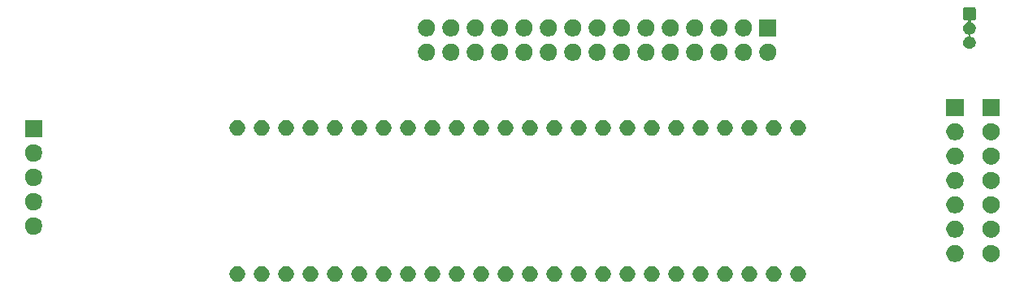
<source format=gbs>
G04 #@! TF.GenerationSoftware,KiCad,Pcbnew,5.1.5*
G04 #@! TF.CreationDate,2020-07-14T01:00:17+09:00*
G04 #@! TF.ProjectId,teabiscuits_compute,74656162-6973-4637-9569-74735f636f6d,rev?*
G04 #@! TF.SameCoordinates,Original*
G04 #@! TF.FileFunction,Soldermask,Bot*
G04 #@! TF.FilePolarity,Negative*
%FSLAX46Y46*%
G04 Gerber Fmt 4.6, Leading zero omitted, Abs format (unit mm)*
G04 Created by KiCad (PCBNEW 5.1.5) date 2020-07-14 01:00:17*
%MOMM*%
%LPD*%
G04 APERTURE LIST*
%ADD10C,0.100000*%
G04 APERTURE END LIST*
D10*
G36*
X190597142Y-126088242D02*
G01*
X190745101Y-126149529D01*
X190878255Y-126238499D01*
X190991501Y-126351745D01*
X191080471Y-126484899D01*
X191141758Y-126632858D01*
X191173000Y-126789925D01*
X191173000Y-126950075D01*
X191141758Y-127107142D01*
X191080471Y-127255101D01*
X190991501Y-127388255D01*
X190878255Y-127501501D01*
X190745101Y-127590471D01*
X190597142Y-127651758D01*
X190440075Y-127683000D01*
X190279925Y-127683000D01*
X190122858Y-127651758D01*
X189974899Y-127590471D01*
X189841745Y-127501501D01*
X189728499Y-127388255D01*
X189639529Y-127255101D01*
X189578242Y-127107142D01*
X189547000Y-126950075D01*
X189547000Y-126789925D01*
X189578242Y-126632858D01*
X189639529Y-126484899D01*
X189728499Y-126351745D01*
X189841745Y-126238499D01*
X189974899Y-126149529D01*
X190122858Y-126088242D01*
X190279925Y-126057000D01*
X190440075Y-126057000D01*
X190597142Y-126088242D01*
G37*
G36*
X144877142Y-126088242D02*
G01*
X145025101Y-126149529D01*
X145158255Y-126238499D01*
X145271501Y-126351745D01*
X145360471Y-126484899D01*
X145421758Y-126632858D01*
X145453000Y-126789925D01*
X145453000Y-126950075D01*
X145421758Y-127107142D01*
X145360471Y-127255101D01*
X145271501Y-127388255D01*
X145158255Y-127501501D01*
X145025101Y-127590471D01*
X144877142Y-127651758D01*
X144720075Y-127683000D01*
X144559925Y-127683000D01*
X144402858Y-127651758D01*
X144254899Y-127590471D01*
X144121745Y-127501501D01*
X144008499Y-127388255D01*
X143919529Y-127255101D01*
X143858242Y-127107142D01*
X143827000Y-126950075D01*
X143827000Y-126789925D01*
X143858242Y-126632858D01*
X143919529Y-126484899D01*
X144008499Y-126351745D01*
X144121745Y-126238499D01*
X144254899Y-126149529D01*
X144402858Y-126088242D01*
X144559925Y-126057000D01*
X144720075Y-126057000D01*
X144877142Y-126088242D01*
G37*
G36*
X188057142Y-126088242D02*
G01*
X188205101Y-126149529D01*
X188338255Y-126238499D01*
X188451501Y-126351745D01*
X188540471Y-126484899D01*
X188601758Y-126632858D01*
X188633000Y-126789925D01*
X188633000Y-126950075D01*
X188601758Y-127107142D01*
X188540471Y-127255101D01*
X188451501Y-127388255D01*
X188338255Y-127501501D01*
X188205101Y-127590471D01*
X188057142Y-127651758D01*
X187900075Y-127683000D01*
X187739925Y-127683000D01*
X187582858Y-127651758D01*
X187434899Y-127590471D01*
X187301745Y-127501501D01*
X187188499Y-127388255D01*
X187099529Y-127255101D01*
X187038242Y-127107142D01*
X187007000Y-126950075D01*
X187007000Y-126789925D01*
X187038242Y-126632858D01*
X187099529Y-126484899D01*
X187188499Y-126351745D01*
X187301745Y-126238499D01*
X187434899Y-126149529D01*
X187582858Y-126088242D01*
X187739925Y-126057000D01*
X187900075Y-126057000D01*
X188057142Y-126088242D01*
G37*
G36*
X139797142Y-126088242D02*
G01*
X139945101Y-126149529D01*
X140078255Y-126238499D01*
X140191501Y-126351745D01*
X140280471Y-126484899D01*
X140341758Y-126632858D01*
X140373000Y-126789925D01*
X140373000Y-126950075D01*
X140341758Y-127107142D01*
X140280471Y-127255101D01*
X140191501Y-127388255D01*
X140078255Y-127501501D01*
X139945101Y-127590471D01*
X139797142Y-127651758D01*
X139640075Y-127683000D01*
X139479925Y-127683000D01*
X139322858Y-127651758D01*
X139174899Y-127590471D01*
X139041745Y-127501501D01*
X138928499Y-127388255D01*
X138839529Y-127255101D01*
X138778242Y-127107142D01*
X138747000Y-126950075D01*
X138747000Y-126789925D01*
X138778242Y-126632858D01*
X138839529Y-126484899D01*
X138928499Y-126351745D01*
X139041745Y-126238499D01*
X139174899Y-126149529D01*
X139322858Y-126088242D01*
X139479925Y-126057000D01*
X139640075Y-126057000D01*
X139797142Y-126088242D01*
G37*
G36*
X157577142Y-126088242D02*
G01*
X157725101Y-126149529D01*
X157858255Y-126238499D01*
X157971501Y-126351745D01*
X158060471Y-126484899D01*
X158121758Y-126632858D01*
X158153000Y-126789925D01*
X158153000Y-126950075D01*
X158121758Y-127107142D01*
X158060471Y-127255101D01*
X157971501Y-127388255D01*
X157858255Y-127501501D01*
X157725101Y-127590471D01*
X157577142Y-127651758D01*
X157420075Y-127683000D01*
X157259925Y-127683000D01*
X157102858Y-127651758D01*
X156954899Y-127590471D01*
X156821745Y-127501501D01*
X156708499Y-127388255D01*
X156619529Y-127255101D01*
X156558242Y-127107142D01*
X156527000Y-126950075D01*
X156527000Y-126789925D01*
X156558242Y-126632858D01*
X156619529Y-126484899D01*
X156708499Y-126351745D01*
X156821745Y-126238499D01*
X156954899Y-126149529D01*
X157102858Y-126088242D01*
X157259925Y-126057000D01*
X157420075Y-126057000D01*
X157577142Y-126088242D01*
G37*
G36*
X162657142Y-126088242D02*
G01*
X162805101Y-126149529D01*
X162938255Y-126238499D01*
X163051501Y-126351745D01*
X163140471Y-126484899D01*
X163201758Y-126632858D01*
X163233000Y-126789925D01*
X163233000Y-126950075D01*
X163201758Y-127107142D01*
X163140471Y-127255101D01*
X163051501Y-127388255D01*
X162938255Y-127501501D01*
X162805101Y-127590471D01*
X162657142Y-127651758D01*
X162500075Y-127683000D01*
X162339925Y-127683000D01*
X162182858Y-127651758D01*
X162034899Y-127590471D01*
X161901745Y-127501501D01*
X161788499Y-127388255D01*
X161699529Y-127255101D01*
X161638242Y-127107142D01*
X161607000Y-126950075D01*
X161607000Y-126789925D01*
X161638242Y-126632858D01*
X161699529Y-126484899D01*
X161788499Y-126351745D01*
X161901745Y-126238499D01*
X162034899Y-126149529D01*
X162182858Y-126088242D01*
X162339925Y-126057000D01*
X162500075Y-126057000D01*
X162657142Y-126088242D01*
G37*
G36*
X149957142Y-126088242D02*
G01*
X150105101Y-126149529D01*
X150238255Y-126238499D01*
X150351501Y-126351745D01*
X150440471Y-126484899D01*
X150501758Y-126632858D01*
X150533000Y-126789925D01*
X150533000Y-126950075D01*
X150501758Y-127107142D01*
X150440471Y-127255101D01*
X150351501Y-127388255D01*
X150238255Y-127501501D01*
X150105101Y-127590471D01*
X149957142Y-127651758D01*
X149800075Y-127683000D01*
X149639925Y-127683000D01*
X149482858Y-127651758D01*
X149334899Y-127590471D01*
X149201745Y-127501501D01*
X149088499Y-127388255D01*
X148999529Y-127255101D01*
X148938242Y-127107142D01*
X148907000Y-126950075D01*
X148907000Y-126789925D01*
X148938242Y-126632858D01*
X148999529Y-126484899D01*
X149088499Y-126351745D01*
X149201745Y-126238499D01*
X149334899Y-126149529D01*
X149482858Y-126088242D01*
X149639925Y-126057000D01*
X149800075Y-126057000D01*
X149957142Y-126088242D01*
G37*
G36*
X165197142Y-126088242D02*
G01*
X165345101Y-126149529D01*
X165478255Y-126238499D01*
X165591501Y-126351745D01*
X165680471Y-126484899D01*
X165741758Y-126632858D01*
X165773000Y-126789925D01*
X165773000Y-126950075D01*
X165741758Y-127107142D01*
X165680471Y-127255101D01*
X165591501Y-127388255D01*
X165478255Y-127501501D01*
X165345101Y-127590471D01*
X165197142Y-127651758D01*
X165040075Y-127683000D01*
X164879925Y-127683000D01*
X164722858Y-127651758D01*
X164574899Y-127590471D01*
X164441745Y-127501501D01*
X164328499Y-127388255D01*
X164239529Y-127255101D01*
X164178242Y-127107142D01*
X164147000Y-126950075D01*
X164147000Y-126789925D01*
X164178242Y-126632858D01*
X164239529Y-126484899D01*
X164328499Y-126351745D01*
X164441745Y-126238499D01*
X164574899Y-126149529D01*
X164722858Y-126088242D01*
X164879925Y-126057000D01*
X165040075Y-126057000D01*
X165197142Y-126088242D01*
G37*
G36*
X185517142Y-126088242D02*
G01*
X185665101Y-126149529D01*
X185798255Y-126238499D01*
X185911501Y-126351745D01*
X186000471Y-126484899D01*
X186061758Y-126632858D01*
X186093000Y-126789925D01*
X186093000Y-126950075D01*
X186061758Y-127107142D01*
X186000471Y-127255101D01*
X185911501Y-127388255D01*
X185798255Y-127501501D01*
X185665101Y-127590471D01*
X185517142Y-127651758D01*
X185360075Y-127683000D01*
X185199925Y-127683000D01*
X185042858Y-127651758D01*
X184894899Y-127590471D01*
X184761745Y-127501501D01*
X184648499Y-127388255D01*
X184559529Y-127255101D01*
X184498242Y-127107142D01*
X184467000Y-126950075D01*
X184467000Y-126789925D01*
X184498242Y-126632858D01*
X184559529Y-126484899D01*
X184648499Y-126351745D01*
X184761745Y-126238499D01*
X184894899Y-126149529D01*
X185042858Y-126088242D01*
X185199925Y-126057000D01*
X185360075Y-126057000D01*
X185517142Y-126088242D01*
G37*
G36*
X175357142Y-126088242D02*
G01*
X175505101Y-126149529D01*
X175638255Y-126238499D01*
X175751501Y-126351745D01*
X175840471Y-126484899D01*
X175901758Y-126632858D01*
X175933000Y-126789925D01*
X175933000Y-126950075D01*
X175901758Y-127107142D01*
X175840471Y-127255101D01*
X175751501Y-127388255D01*
X175638255Y-127501501D01*
X175505101Y-127590471D01*
X175357142Y-127651758D01*
X175200075Y-127683000D01*
X175039925Y-127683000D01*
X174882858Y-127651758D01*
X174734899Y-127590471D01*
X174601745Y-127501501D01*
X174488499Y-127388255D01*
X174399529Y-127255101D01*
X174338242Y-127107142D01*
X174307000Y-126950075D01*
X174307000Y-126789925D01*
X174338242Y-126632858D01*
X174399529Y-126484899D01*
X174488499Y-126351745D01*
X174601745Y-126238499D01*
X174734899Y-126149529D01*
X174882858Y-126088242D01*
X175039925Y-126057000D01*
X175200075Y-126057000D01*
X175357142Y-126088242D01*
G37*
G36*
X182977142Y-126088242D02*
G01*
X183125101Y-126149529D01*
X183258255Y-126238499D01*
X183371501Y-126351745D01*
X183460471Y-126484899D01*
X183521758Y-126632858D01*
X183553000Y-126789925D01*
X183553000Y-126950075D01*
X183521758Y-127107142D01*
X183460471Y-127255101D01*
X183371501Y-127388255D01*
X183258255Y-127501501D01*
X183125101Y-127590471D01*
X182977142Y-127651758D01*
X182820075Y-127683000D01*
X182659925Y-127683000D01*
X182502858Y-127651758D01*
X182354899Y-127590471D01*
X182221745Y-127501501D01*
X182108499Y-127388255D01*
X182019529Y-127255101D01*
X181958242Y-127107142D01*
X181927000Y-126950075D01*
X181927000Y-126789925D01*
X181958242Y-126632858D01*
X182019529Y-126484899D01*
X182108499Y-126351745D01*
X182221745Y-126238499D01*
X182354899Y-126149529D01*
X182502858Y-126088242D01*
X182659925Y-126057000D01*
X182820075Y-126057000D01*
X182977142Y-126088242D01*
G37*
G36*
X152497142Y-126088242D02*
G01*
X152645101Y-126149529D01*
X152778255Y-126238499D01*
X152891501Y-126351745D01*
X152980471Y-126484899D01*
X153041758Y-126632858D01*
X153073000Y-126789925D01*
X153073000Y-126950075D01*
X153041758Y-127107142D01*
X152980471Y-127255101D01*
X152891501Y-127388255D01*
X152778255Y-127501501D01*
X152645101Y-127590471D01*
X152497142Y-127651758D01*
X152340075Y-127683000D01*
X152179925Y-127683000D01*
X152022858Y-127651758D01*
X151874899Y-127590471D01*
X151741745Y-127501501D01*
X151628499Y-127388255D01*
X151539529Y-127255101D01*
X151478242Y-127107142D01*
X151447000Y-126950075D01*
X151447000Y-126789925D01*
X151478242Y-126632858D01*
X151539529Y-126484899D01*
X151628499Y-126351745D01*
X151741745Y-126238499D01*
X151874899Y-126149529D01*
X152022858Y-126088242D01*
X152179925Y-126057000D01*
X152340075Y-126057000D01*
X152497142Y-126088242D01*
G37*
G36*
X142337142Y-126088242D02*
G01*
X142485101Y-126149529D01*
X142618255Y-126238499D01*
X142731501Y-126351745D01*
X142820471Y-126484899D01*
X142881758Y-126632858D01*
X142913000Y-126789925D01*
X142913000Y-126950075D01*
X142881758Y-127107142D01*
X142820471Y-127255101D01*
X142731501Y-127388255D01*
X142618255Y-127501501D01*
X142485101Y-127590471D01*
X142337142Y-127651758D01*
X142180075Y-127683000D01*
X142019925Y-127683000D01*
X141862858Y-127651758D01*
X141714899Y-127590471D01*
X141581745Y-127501501D01*
X141468499Y-127388255D01*
X141379529Y-127255101D01*
X141318242Y-127107142D01*
X141287000Y-126950075D01*
X141287000Y-126789925D01*
X141318242Y-126632858D01*
X141379529Y-126484899D01*
X141468499Y-126351745D01*
X141581745Y-126238499D01*
X141714899Y-126149529D01*
X141862858Y-126088242D01*
X142019925Y-126057000D01*
X142180075Y-126057000D01*
X142337142Y-126088242D01*
G37*
G36*
X170277142Y-126088242D02*
G01*
X170425101Y-126149529D01*
X170558255Y-126238499D01*
X170671501Y-126351745D01*
X170760471Y-126484899D01*
X170821758Y-126632858D01*
X170853000Y-126789925D01*
X170853000Y-126950075D01*
X170821758Y-127107142D01*
X170760471Y-127255101D01*
X170671501Y-127388255D01*
X170558255Y-127501501D01*
X170425101Y-127590471D01*
X170277142Y-127651758D01*
X170120075Y-127683000D01*
X169959925Y-127683000D01*
X169802858Y-127651758D01*
X169654899Y-127590471D01*
X169521745Y-127501501D01*
X169408499Y-127388255D01*
X169319529Y-127255101D01*
X169258242Y-127107142D01*
X169227000Y-126950075D01*
X169227000Y-126789925D01*
X169258242Y-126632858D01*
X169319529Y-126484899D01*
X169408499Y-126351745D01*
X169521745Y-126238499D01*
X169654899Y-126149529D01*
X169802858Y-126088242D01*
X169959925Y-126057000D01*
X170120075Y-126057000D01*
X170277142Y-126088242D01*
G37*
G36*
X134717142Y-126088242D02*
G01*
X134865101Y-126149529D01*
X134998255Y-126238499D01*
X135111501Y-126351745D01*
X135200471Y-126484899D01*
X135261758Y-126632858D01*
X135293000Y-126789925D01*
X135293000Y-126950075D01*
X135261758Y-127107142D01*
X135200471Y-127255101D01*
X135111501Y-127388255D01*
X134998255Y-127501501D01*
X134865101Y-127590471D01*
X134717142Y-127651758D01*
X134560075Y-127683000D01*
X134399925Y-127683000D01*
X134242858Y-127651758D01*
X134094899Y-127590471D01*
X133961745Y-127501501D01*
X133848499Y-127388255D01*
X133759529Y-127255101D01*
X133698242Y-127107142D01*
X133667000Y-126950075D01*
X133667000Y-126789925D01*
X133698242Y-126632858D01*
X133759529Y-126484899D01*
X133848499Y-126351745D01*
X133961745Y-126238499D01*
X134094899Y-126149529D01*
X134242858Y-126088242D01*
X134399925Y-126057000D01*
X134560075Y-126057000D01*
X134717142Y-126088242D01*
G37*
G36*
X137257142Y-126088242D02*
G01*
X137405101Y-126149529D01*
X137538255Y-126238499D01*
X137651501Y-126351745D01*
X137740471Y-126484899D01*
X137801758Y-126632858D01*
X137833000Y-126789925D01*
X137833000Y-126950075D01*
X137801758Y-127107142D01*
X137740471Y-127255101D01*
X137651501Y-127388255D01*
X137538255Y-127501501D01*
X137405101Y-127590471D01*
X137257142Y-127651758D01*
X137100075Y-127683000D01*
X136939925Y-127683000D01*
X136782858Y-127651758D01*
X136634899Y-127590471D01*
X136501745Y-127501501D01*
X136388499Y-127388255D01*
X136299529Y-127255101D01*
X136238242Y-127107142D01*
X136207000Y-126950075D01*
X136207000Y-126789925D01*
X136238242Y-126632858D01*
X136299529Y-126484899D01*
X136388499Y-126351745D01*
X136501745Y-126238499D01*
X136634899Y-126149529D01*
X136782858Y-126088242D01*
X136939925Y-126057000D01*
X137100075Y-126057000D01*
X137257142Y-126088242D01*
G37*
G36*
X160117142Y-126088242D02*
G01*
X160265101Y-126149529D01*
X160398255Y-126238499D01*
X160511501Y-126351745D01*
X160600471Y-126484899D01*
X160661758Y-126632858D01*
X160693000Y-126789925D01*
X160693000Y-126950075D01*
X160661758Y-127107142D01*
X160600471Y-127255101D01*
X160511501Y-127388255D01*
X160398255Y-127501501D01*
X160265101Y-127590471D01*
X160117142Y-127651758D01*
X159960075Y-127683000D01*
X159799925Y-127683000D01*
X159642858Y-127651758D01*
X159494899Y-127590471D01*
X159361745Y-127501501D01*
X159248499Y-127388255D01*
X159159529Y-127255101D01*
X159098242Y-127107142D01*
X159067000Y-126950075D01*
X159067000Y-126789925D01*
X159098242Y-126632858D01*
X159159529Y-126484899D01*
X159248499Y-126351745D01*
X159361745Y-126238499D01*
X159494899Y-126149529D01*
X159642858Y-126088242D01*
X159799925Y-126057000D01*
X159960075Y-126057000D01*
X160117142Y-126088242D01*
G37*
G36*
X147417142Y-126088242D02*
G01*
X147565101Y-126149529D01*
X147698255Y-126238499D01*
X147811501Y-126351745D01*
X147900471Y-126484899D01*
X147961758Y-126632858D01*
X147993000Y-126789925D01*
X147993000Y-126950075D01*
X147961758Y-127107142D01*
X147900471Y-127255101D01*
X147811501Y-127388255D01*
X147698255Y-127501501D01*
X147565101Y-127590471D01*
X147417142Y-127651758D01*
X147260075Y-127683000D01*
X147099925Y-127683000D01*
X146942858Y-127651758D01*
X146794899Y-127590471D01*
X146661745Y-127501501D01*
X146548499Y-127388255D01*
X146459529Y-127255101D01*
X146398242Y-127107142D01*
X146367000Y-126950075D01*
X146367000Y-126789925D01*
X146398242Y-126632858D01*
X146459529Y-126484899D01*
X146548499Y-126351745D01*
X146661745Y-126238499D01*
X146794899Y-126149529D01*
X146942858Y-126088242D01*
X147099925Y-126057000D01*
X147260075Y-126057000D01*
X147417142Y-126088242D01*
G37*
G36*
X167737142Y-126088242D02*
G01*
X167885101Y-126149529D01*
X168018255Y-126238499D01*
X168131501Y-126351745D01*
X168220471Y-126484899D01*
X168281758Y-126632858D01*
X168313000Y-126789925D01*
X168313000Y-126950075D01*
X168281758Y-127107142D01*
X168220471Y-127255101D01*
X168131501Y-127388255D01*
X168018255Y-127501501D01*
X167885101Y-127590471D01*
X167737142Y-127651758D01*
X167580075Y-127683000D01*
X167419925Y-127683000D01*
X167262858Y-127651758D01*
X167114899Y-127590471D01*
X166981745Y-127501501D01*
X166868499Y-127388255D01*
X166779529Y-127255101D01*
X166718242Y-127107142D01*
X166687000Y-126950075D01*
X166687000Y-126789925D01*
X166718242Y-126632858D01*
X166779529Y-126484899D01*
X166868499Y-126351745D01*
X166981745Y-126238499D01*
X167114899Y-126149529D01*
X167262858Y-126088242D01*
X167419925Y-126057000D01*
X167580075Y-126057000D01*
X167737142Y-126088242D01*
G37*
G36*
X193137142Y-126088242D02*
G01*
X193285101Y-126149529D01*
X193418255Y-126238499D01*
X193531501Y-126351745D01*
X193620471Y-126484899D01*
X193681758Y-126632858D01*
X193713000Y-126789925D01*
X193713000Y-126950075D01*
X193681758Y-127107142D01*
X193620471Y-127255101D01*
X193531501Y-127388255D01*
X193418255Y-127501501D01*
X193285101Y-127590471D01*
X193137142Y-127651758D01*
X192980075Y-127683000D01*
X192819925Y-127683000D01*
X192662858Y-127651758D01*
X192514899Y-127590471D01*
X192381745Y-127501501D01*
X192268499Y-127388255D01*
X192179529Y-127255101D01*
X192118242Y-127107142D01*
X192087000Y-126950075D01*
X192087000Y-126789925D01*
X192118242Y-126632858D01*
X192179529Y-126484899D01*
X192268499Y-126351745D01*
X192381745Y-126238499D01*
X192514899Y-126149529D01*
X192662858Y-126088242D01*
X192819925Y-126057000D01*
X192980075Y-126057000D01*
X193137142Y-126088242D01*
G37*
G36*
X177897142Y-126088242D02*
G01*
X178045101Y-126149529D01*
X178178255Y-126238499D01*
X178291501Y-126351745D01*
X178380471Y-126484899D01*
X178441758Y-126632858D01*
X178473000Y-126789925D01*
X178473000Y-126950075D01*
X178441758Y-127107142D01*
X178380471Y-127255101D01*
X178291501Y-127388255D01*
X178178255Y-127501501D01*
X178045101Y-127590471D01*
X177897142Y-127651758D01*
X177740075Y-127683000D01*
X177579925Y-127683000D01*
X177422858Y-127651758D01*
X177274899Y-127590471D01*
X177141745Y-127501501D01*
X177028499Y-127388255D01*
X176939529Y-127255101D01*
X176878242Y-127107142D01*
X176847000Y-126950075D01*
X176847000Y-126789925D01*
X176878242Y-126632858D01*
X176939529Y-126484899D01*
X177028499Y-126351745D01*
X177141745Y-126238499D01*
X177274899Y-126149529D01*
X177422858Y-126088242D01*
X177579925Y-126057000D01*
X177740075Y-126057000D01*
X177897142Y-126088242D01*
G37*
G36*
X172817142Y-126088242D02*
G01*
X172965101Y-126149529D01*
X173098255Y-126238499D01*
X173211501Y-126351745D01*
X173300471Y-126484899D01*
X173361758Y-126632858D01*
X173393000Y-126789925D01*
X173393000Y-126950075D01*
X173361758Y-127107142D01*
X173300471Y-127255101D01*
X173211501Y-127388255D01*
X173098255Y-127501501D01*
X172965101Y-127590471D01*
X172817142Y-127651758D01*
X172660075Y-127683000D01*
X172499925Y-127683000D01*
X172342858Y-127651758D01*
X172194899Y-127590471D01*
X172061745Y-127501501D01*
X171948499Y-127388255D01*
X171859529Y-127255101D01*
X171798242Y-127107142D01*
X171767000Y-126950075D01*
X171767000Y-126789925D01*
X171798242Y-126632858D01*
X171859529Y-126484899D01*
X171948499Y-126351745D01*
X172061745Y-126238499D01*
X172194899Y-126149529D01*
X172342858Y-126088242D01*
X172499925Y-126057000D01*
X172660075Y-126057000D01*
X172817142Y-126088242D01*
G37*
G36*
X180437142Y-126088242D02*
G01*
X180585101Y-126149529D01*
X180718255Y-126238499D01*
X180831501Y-126351745D01*
X180920471Y-126484899D01*
X180981758Y-126632858D01*
X181013000Y-126789925D01*
X181013000Y-126950075D01*
X180981758Y-127107142D01*
X180920471Y-127255101D01*
X180831501Y-127388255D01*
X180718255Y-127501501D01*
X180585101Y-127590471D01*
X180437142Y-127651758D01*
X180280075Y-127683000D01*
X180119925Y-127683000D01*
X179962858Y-127651758D01*
X179814899Y-127590471D01*
X179681745Y-127501501D01*
X179568499Y-127388255D01*
X179479529Y-127255101D01*
X179418242Y-127107142D01*
X179387000Y-126950075D01*
X179387000Y-126789925D01*
X179418242Y-126632858D01*
X179479529Y-126484899D01*
X179568499Y-126351745D01*
X179681745Y-126238499D01*
X179814899Y-126149529D01*
X179962858Y-126088242D01*
X180119925Y-126057000D01*
X180280075Y-126057000D01*
X180437142Y-126088242D01*
G37*
G36*
X155037142Y-126088242D02*
G01*
X155185101Y-126149529D01*
X155318255Y-126238499D01*
X155431501Y-126351745D01*
X155520471Y-126484899D01*
X155581758Y-126632858D01*
X155613000Y-126789925D01*
X155613000Y-126950075D01*
X155581758Y-127107142D01*
X155520471Y-127255101D01*
X155431501Y-127388255D01*
X155318255Y-127501501D01*
X155185101Y-127590471D01*
X155037142Y-127651758D01*
X154880075Y-127683000D01*
X154719925Y-127683000D01*
X154562858Y-127651758D01*
X154414899Y-127590471D01*
X154281745Y-127501501D01*
X154168499Y-127388255D01*
X154079529Y-127255101D01*
X154018242Y-127107142D01*
X153987000Y-126950075D01*
X153987000Y-126789925D01*
X154018242Y-126632858D01*
X154079529Y-126484899D01*
X154168499Y-126351745D01*
X154281745Y-126238499D01*
X154414899Y-126149529D01*
X154562858Y-126088242D01*
X154719925Y-126057000D01*
X154880075Y-126057000D01*
X155037142Y-126088242D01*
G37*
G36*
X213113512Y-123843927D02*
G01*
X213262812Y-123873624D01*
X213426784Y-123941544D01*
X213574354Y-124040147D01*
X213699853Y-124165646D01*
X213798456Y-124313216D01*
X213866376Y-124477188D01*
X213901000Y-124651259D01*
X213901000Y-124828741D01*
X213866376Y-125002812D01*
X213798456Y-125166784D01*
X213699853Y-125314354D01*
X213574354Y-125439853D01*
X213426784Y-125538456D01*
X213262812Y-125606376D01*
X213113512Y-125636073D01*
X213088742Y-125641000D01*
X212911258Y-125641000D01*
X212886488Y-125636073D01*
X212737188Y-125606376D01*
X212573216Y-125538456D01*
X212425646Y-125439853D01*
X212300147Y-125314354D01*
X212201544Y-125166784D01*
X212133624Y-125002812D01*
X212099000Y-124828741D01*
X212099000Y-124651259D01*
X212133624Y-124477188D01*
X212201544Y-124313216D01*
X212300147Y-124165646D01*
X212425646Y-124040147D01*
X212573216Y-123941544D01*
X212737188Y-123873624D01*
X212886488Y-123843927D01*
X212911258Y-123839000D01*
X213088742Y-123839000D01*
X213113512Y-123843927D01*
G37*
G36*
X209363512Y-123843927D02*
G01*
X209512812Y-123873624D01*
X209676784Y-123941544D01*
X209824354Y-124040147D01*
X209949853Y-124165646D01*
X210048456Y-124313216D01*
X210116376Y-124477188D01*
X210151000Y-124651259D01*
X210151000Y-124828741D01*
X210116376Y-125002812D01*
X210048456Y-125166784D01*
X209949853Y-125314354D01*
X209824354Y-125439853D01*
X209676784Y-125538456D01*
X209512812Y-125606376D01*
X209363512Y-125636073D01*
X209338742Y-125641000D01*
X209161258Y-125641000D01*
X209136488Y-125636073D01*
X208987188Y-125606376D01*
X208823216Y-125538456D01*
X208675646Y-125439853D01*
X208550147Y-125314354D01*
X208451544Y-125166784D01*
X208383624Y-125002812D01*
X208349000Y-124828741D01*
X208349000Y-124651259D01*
X208383624Y-124477188D01*
X208451544Y-124313216D01*
X208550147Y-124165646D01*
X208675646Y-124040147D01*
X208823216Y-123941544D01*
X208987188Y-123873624D01*
X209136488Y-123843927D01*
X209161258Y-123839000D01*
X209338742Y-123839000D01*
X209363512Y-123843927D01*
G37*
G36*
X213113512Y-121303927D02*
G01*
X213262812Y-121333624D01*
X213426784Y-121401544D01*
X213574354Y-121500147D01*
X213699853Y-121625646D01*
X213798456Y-121773216D01*
X213866376Y-121937188D01*
X213901000Y-122111259D01*
X213901000Y-122288741D01*
X213866376Y-122462812D01*
X213798456Y-122626784D01*
X213699853Y-122774354D01*
X213574354Y-122899853D01*
X213426784Y-122998456D01*
X213262812Y-123066376D01*
X213113512Y-123096073D01*
X213088742Y-123101000D01*
X212911258Y-123101000D01*
X212886488Y-123096073D01*
X212737188Y-123066376D01*
X212573216Y-122998456D01*
X212425646Y-122899853D01*
X212300147Y-122774354D01*
X212201544Y-122626784D01*
X212133624Y-122462812D01*
X212099000Y-122288741D01*
X212099000Y-122111259D01*
X212133624Y-121937188D01*
X212201544Y-121773216D01*
X212300147Y-121625646D01*
X212425646Y-121500147D01*
X212573216Y-121401544D01*
X212737188Y-121333624D01*
X212886488Y-121303927D01*
X212911258Y-121299000D01*
X213088742Y-121299000D01*
X213113512Y-121303927D01*
G37*
G36*
X209363512Y-121303927D02*
G01*
X209512812Y-121333624D01*
X209676784Y-121401544D01*
X209824354Y-121500147D01*
X209949853Y-121625646D01*
X210048456Y-121773216D01*
X210116376Y-121937188D01*
X210151000Y-122111259D01*
X210151000Y-122288741D01*
X210116376Y-122462812D01*
X210048456Y-122626784D01*
X209949853Y-122774354D01*
X209824354Y-122899853D01*
X209676784Y-122998456D01*
X209512812Y-123066376D01*
X209363512Y-123096073D01*
X209338742Y-123101000D01*
X209161258Y-123101000D01*
X209136488Y-123096073D01*
X208987188Y-123066376D01*
X208823216Y-122998456D01*
X208675646Y-122899853D01*
X208550147Y-122774354D01*
X208451544Y-122626784D01*
X208383624Y-122462812D01*
X208349000Y-122288741D01*
X208349000Y-122111259D01*
X208383624Y-121937188D01*
X208451544Y-121773216D01*
X208550147Y-121625646D01*
X208675646Y-121500147D01*
X208823216Y-121401544D01*
X208987188Y-121333624D01*
X209136488Y-121303927D01*
X209161258Y-121299000D01*
X209338742Y-121299000D01*
X209363512Y-121303927D01*
G37*
G36*
X113363512Y-120973927D02*
G01*
X113512812Y-121003624D01*
X113676784Y-121071544D01*
X113824354Y-121170147D01*
X113949853Y-121295646D01*
X114048456Y-121443216D01*
X114116376Y-121607188D01*
X114151000Y-121781259D01*
X114151000Y-121958741D01*
X114116376Y-122132812D01*
X114048456Y-122296784D01*
X113949853Y-122444354D01*
X113824354Y-122569853D01*
X113676784Y-122668456D01*
X113512812Y-122736376D01*
X113363512Y-122766073D01*
X113338742Y-122771000D01*
X113161258Y-122771000D01*
X113136488Y-122766073D01*
X112987188Y-122736376D01*
X112823216Y-122668456D01*
X112675646Y-122569853D01*
X112550147Y-122444354D01*
X112451544Y-122296784D01*
X112383624Y-122132812D01*
X112349000Y-121958741D01*
X112349000Y-121781259D01*
X112383624Y-121607188D01*
X112451544Y-121443216D01*
X112550147Y-121295646D01*
X112675646Y-121170147D01*
X112823216Y-121071544D01*
X112987188Y-121003624D01*
X113136488Y-120973927D01*
X113161258Y-120969000D01*
X113338742Y-120969000D01*
X113363512Y-120973927D01*
G37*
G36*
X213113512Y-118763927D02*
G01*
X213262812Y-118793624D01*
X213426784Y-118861544D01*
X213574354Y-118960147D01*
X213699853Y-119085646D01*
X213798456Y-119233216D01*
X213866376Y-119397188D01*
X213901000Y-119571259D01*
X213901000Y-119748741D01*
X213866376Y-119922812D01*
X213798456Y-120086784D01*
X213699853Y-120234354D01*
X213574354Y-120359853D01*
X213426784Y-120458456D01*
X213262812Y-120526376D01*
X213113512Y-120556073D01*
X213088742Y-120561000D01*
X212911258Y-120561000D01*
X212886488Y-120556073D01*
X212737188Y-120526376D01*
X212573216Y-120458456D01*
X212425646Y-120359853D01*
X212300147Y-120234354D01*
X212201544Y-120086784D01*
X212133624Y-119922812D01*
X212099000Y-119748741D01*
X212099000Y-119571259D01*
X212133624Y-119397188D01*
X212201544Y-119233216D01*
X212300147Y-119085646D01*
X212425646Y-118960147D01*
X212573216Y-118861544D01*
X212737188Y-118793624D01*
X212886488Y-118763927D01*
X212911258Y-118759000D01*
X213088742Y-118759000D01*
X213113512Y-118763927D01*
G37*
G36*
X209363512Y-118763927D02*
G01*
X209512812Y-118793624D01*
X209676784Y-118861544D01*
X209824354Y-118960147D01*
X209949853Y-119085646D01*
X210048456Y-119233216D01*
X210116376Y-119397188D01*
X210151000Y-119571259D01*
X210151000Y-119748741D01*
X210116376Y-119922812D01*
X210048456Y-120086784D01*
X209949853Y-120234354D01*
X209824354Y-120359853D01*
X209676784Y-120458456D01*
X209512812Y-120526376D01*
X209363512Y-120556073D01*
X209338742Y-120561000D01*
X209161258Y-120561000D01*
X209136488Y-120556073D01*
X208987188Y-120526376D01*
X208823216Y-120458456D01*
X208675646Y-120359853D01*
X208550147Y-120234354D01*
X208451544Y-120086784D01*
X208383624Y-119922812D01*
X208349000Y-119748741D01*
X208349000Y-119571259D01*
X208383624Y-119397188D01*
X208451544Y-119233216D01*
X208550147Y-119085646D01*
X208675646Y-118960147D01*
X208823216Y-118861544D01*
X208987188Y-118793624D01*
X209136488Y-118763927D01*
X209161258Y-118759000D01*
X209338742Y-118759000D01*
X209363512Y-118763927D01*
G37*
G36*
X113363512Y-118433927D02*
G01*
X113512812Y-118463624D01*
X113676784Y-118531544D01*
X113824354Y-118630147D01*
X113949853Y-118755646D01*
X114048456Y-118903216D01*
X114116376Y-119067188D01*
X114151000Y-119241259D01*
X114151000Y-119418741D01*
X114116376Y-119592812D01*
X114048456Y-119756784D01*
X113949853Y-119904354D01*
X113824354Y-120029853D01*
X113676784Y-120128456D01*
X113512812Y-120196376D01*
X113363512Y-120226073D01*
X113338742Y-120231000D01*
X113161258Y-120231000D01*
X113136488Y-120226073D01*
X112987188Y-120196376D01*
X112823216Y-120128456D01*
X112675646Y-120029853D01*
X112550147Y-119904354D01*
X112451544Y-119756784D01*
X112383624Y-119592812D01*
X112349000Y-119418741D01*
X112349000Y-119241259D01*
X112383624Y-119067188D01*
X112451544Y-118903216D01*
X112550147Y-118755646D01*
X112675646Y-118630147D01*
X112823216Y-118531544D01*
X112987188Y-118463624D01*
X113136488Y-118433927D01*
X113161258Y-118429000D01*
X113338742Y-118429000D01*
X113363512Y-118433927D01*
G37*
G36*
X213113512Y-116223927D02*
G01*
X213262812Y-116253624D01*
X213426784Y-116321544D01*
X213574354Y-116420147D01*
X213699853Y-116545646D01*
X213798456Y-116693216D01*
X213866376Y-116857188D01*
X213901000Y-117031259D01*
X213901000Y-117208741D01*
X213866376Y-117382812D01*
X213798456Y-117546784D01*
X213699853Y-117694354D01*
X213574354Y-117819853D01*
X213426784Y-117918456D01*
X213262812Y-117986376D01*
X213113512Y-118016073D01*
X213088742Y-118021000D01*
X212911258Y-118021000D01*
X212886488Y-118016073D01*
X212737188Y-117986376D01*
X212573216Y-117918456D01*
X212425646Y-117819853D01*
X212300147Y-117694354D01*
X212201544Y-117546784D01*
X212133624Y-117382812D01*
X212099000Y-117208741D01*
X212099000Y-117031259D01*
X212133624Y-116857188D01*
X212201544Y-116693216D01*
X212300147Y-116545646D01*
X212425646Y-116420147D01*
X212573216Y-116321544D01*
X212737188Y-116253624D01*
X212886488Y-116223927D01*
X212911258Y-116219000D01*
X213088742Y-116219000D01*
X213113512Y-116223927D01*
G37*
G36*
X209363512Y-116223927D02*
G01*
X209512812Y-116253624D01*
X209676784Y-116321544D01*
X209824354Y-116420147D01*
X209949853Y-116545646D01*
X210048456Y-116693216D01*
X210116376Y-116857188D01*
X210151000Y-117031259D01*
X210151000Y-117208741D01*
X210116376Y-117382812D01*
X210048456Y-117546784D01*
X209949853Y-117694354D01*
X209824354Y-117819853D01*
X209676784Y-117918456D01*
X209512812Y-117986376D01*
X209363512Y-118016073D01*
X209338742Y-118021000D01*
X209161258Y-118021000D01*
X209136488Y-118016073D01*
X208987188Y-117986376D01*
X208823216Y-117918456D01*
X208675646Y-117819853D01*
X208550147Y-117694354D01*
X208451544Y-117546784D01*
X208383624Y-117382812D01*
X208349000Y-117208741D01*
X208349000Y-117031259D01*
X208383624Y-116857188D01*
X208451544Y-116693216D01*
X208550147Y-116545646D01*
X208675646Y-116420147D01*
X208823216Y-116321544D01*
X208987188Y-116253624D01*
X209136488Y-116223927D01*
X209161258Y-116219000D01*
X209338742Y-116219000D01*
X209363512Y-116223927D01*
G37*
G36*
X113363512Y-115893927D02*
G01*
X113512812Y-115923624D01*
X113676784Y-115991544D01*
X113824354Y-116090147D01*
X113949853Y-116215646D01*
X114048456Y-116363216D01*
X114116376Y-116527188D01*
X114151000Y-116701259D01*
X114151000Y-116878741D01*
X114116376Y-117052812D01*
X114048456Y-117216784D01*
X113949853Y-117364354D01*
X113824354Y-117489853D01*
X113676784Y-117588456D01*
X113512812Y-117656376D01*
X113363512Y-117686073D01*
X113338742Y-117691000D01*
X113161258Y-117691000D01*
X113136488Y-117686073D01*
X112987188Y-117656376D01*
X112823216Y-117588456D01*
X112675646Y-117489853D01*
X112550147Y-117364354D01*
X112451544Y-117216784D01*
X112383624Y-117052812D01*
X112349000Y-116878741D01*
X112349000Y-116701259D01*
X112383624Y-116527188D01*
X112451544Y-116363216D01*
X112550147Y-116215646D01*
X112675646Y-116090147D01*
X112823216Y-115991544D01*
X112987188Y-115923624D01*
X113136488Y-115893927D01*
X113161258Y-115889000D01*
X113338742Y-115889000D01*
X113363512Y-115893927D01*
G37*
G36*
X209363512Y-113683927D02*
G01*
X209512812Y-113713624D01*
X209676784Y-113781544D01*
X209824354Y-113880147D01*
X209949853Y-114005646D01*
X210048456Y-114153216D01*
X210116376Y-114317188D01*
X210151000Y-114491259D01*
X210151000Y-114668741D01*
X210116376Y-114842812D01*
X210048456Y-115006784D01*
X209949853Y-115154354D01*
X209824354Y-115279853D01*
X209676784Y-115378456D01*
X209512812Y-115446376D01*
X209363512Y-115476073D01*
X209338742Y-115481000D01*
X209161258Y-115481000D01*
X209136488Y-115476073D01*
X208987188Y-115446376D01*
X208823216Y-115378456D01*
X208675646Y-115279853D01*
X208550147Y-115154354D01*
X208451544Y-115006784D01*
X208383624Y-114842812D01*
X208349000Y-114668741D01*
X208349000Y-114491259D01*
X208383624Y-114317188D01*
X208451544Y-114153216D01*
X208550147Y-114005646D01*
X208675646Y-113880147D01*
X208823216Y-113781544D01*
X208987188Y-113713624D01*
X209136488Y-113683927D01*
X209161258Y-113679000D01*
X209338742Y-113679000D01*
X209363512Y-113683927D01*
G37*
G36*
X213113512Y-113683927D02*
G01*
X213262812Y-113713624D01*
X213426784Y-113781544D01*
X213574354Y-113880147D01*
X213699853Y-114005646D01*
X213798456Y-114153216D01*
X213866376Y-114317188D01*
X213901000Y-114491259D01*
X213901000Y-114668741D01*
X213866376Y-114842812D01*
X213798456Y-115006784D01*
X213699853Y-115154354D01*
X213574354Y-115279853D01*
X213426784Y-115378456D01*
X213262812Y-115446376D01*
X213113512Y-115476073D01*
X213088742Y-115481000D01*
X212911258Y-115481000D01*
X212886488Y-115476073D01*
X212737188Y-115446376D01*
X212573216Y-115378456D01*
X212425646Y-115279853D01*
X212300147Y-115154354D01*
X212201544Y-115006784D01*
X212133624Y-114842812D01*
X212099000Y-114668741D01*
X212099000Y-114491259D01*
X212133624Y-114317188D01*
X212201544Y-114153216D01*
X212300147Y-114005646D01*
X212425646Y-113880147D01*
X212573216Y-113781544D01*
X212737188Y-113713624D01*
X212886488Y-113683927D01*
X212911258Y-113679000D01*
X213088742Y-113679000D01*
X213113512Y-113683927D01*
G37*
G36*
X113363512Y-113353927D02*
G01*
X113512812Y-113383624D01*
X113676784Y-113451544D01*
X113824354Y-113550147D01*
X113949853Y-113675646D01*
X114048456Y-113823216D01*
X114116376Y-113987188D01*
X114151000Y-114161259D01*
X114151000Y-114338741D01*
X114116376Y-114512812D01*
X114048456Y-114676784D01*
X113949853Y-114824354D01*
X113824354Y-114949853D01*
X113676784Y-115048456D01*
X113512812Y-115116376D01*
X113363512Y-115146073D01*
X113338742Y-115151000D01*
X113161258Y-115151000D01*
X113136488Y-115146073D01*
X112987188Y-115116376D01*
X112823216Y-115048456D01*
X112675646Y-114949853D01*
X112550147Y-114824354D01*
X112451544Y-114676784D01*
X112383624Y-114512812D01*
X112349000Y-114338741D01*
X112349000Y-114161259D01*
X112383624Y-113987188D01*
X112451544Y-113823216D01*
X112550147Y-113675646D01*
X112675646Y-113550147D01*
X112823216Y-113451544D01*
X112987188Y-113383624D01*
X113136488Y-113353927D01*
X113161258Y-113349000D01*
X113338742Y-113349000D01*
X113363512Y-113353927D01*
G37*
G36*
X209363512Y-111143927D02*
G01*
X209512812Y-111173624D01*
X209676784Y-111241544D01*
X209824354Y-111340147D01*
X209949853Y-111465646D01*
X210048456Y-111613216D01*
X210116376Y-111777188D01*
X210151000Y-111951259D01*
X210151000Y-112128741D01*
X210116376Y-112302812D01*
X210048456Y-112466784D01*
X209949853Y-112614354D01*
X209824354Y-112739853D01*
X209676784Y-112838456D01*
X209512812Y-112906376D01*
X209363512Y-112936073D01*
X209338742Y-112941000D01*
X209161258Y-112941000D01*
X209136488Y-112936073D01*
X208987188Y-112906376D01*
X208823216Y-112838456D01*
X208675646Y-112739853D01*
X208550147Y-112614354D01*
X208451544Y-112466784D01*
X208383624Y-112302812D01*
X208349000Y-112128741D01*
X208349000Y-111951259D01*
X208383624Y-111777188D01*
X208451544Y-111613216D01*
X208550147Y-111465646D01*
X208675646Y-111340147D01*
X208823216Y-111241544D01*
X208987188Y-111173624D01*
X209136488Y-111143927D01*
X209161258Y-111139000D01*
X209338742Y-111139000D01*
X209363512Y-111143927D01*
G37*
G36*
X213113512Y-111143927D02*
G01*
X213262812Y-111173624D01*
X213426784Y-111241544D01*
X213574354Y-111340147D01*
X213699853Y-111465646D01*
X213798456Y-111613216D01*
X213866376Y-111777188D01*
X213901000Y-111951259D01*
X213901000Y-112128741D01*
X213866376Y-112302812D01*
X213798456Y-112466784D01*
X213699853Y-112614354D01*
X213574354Y-112739853D01*
X213426784Y-112838456D01*
X213262812Y-112906376D01*
X213113512Y-112936073D01*
X213088742Y-112941000D01*
X212911258Y-112941000D01*
X212886488Y-112936073D01*
X212737188Y-112906376D01*
X212573216Y-112838456D01*
X212425646Y-112739853D01*
X212300147Y-112614354D01*
X212201544Y-112466784D01*
X212133624Y-112302812D01*
X212099000Y-112128741D01*
X212099000Y-111951259D01*
X212133624Y-111777188D01*
X212201544Y-111613216D01*
X212300147Y-111465646D01*
X212425646Y-111340147D01*
X212573216Y-111241544D01*
X212737188Y-111173624D01*
X212886488Y-111143927D01*
X212911258Y-111139000D01*
X213088742Y-111139000D01*
X213113512Y-111143927D01*
G37*
G36*
X114151000Y-112611000D02*
G01*
X112349000Y-112611000D01*
X112349000Y-110809000D01*
X114151000Y-110809000D01*
X114151000Y-112611000D01*
G37*
G36*
X165197142Y-110848242D02*
G01*
X165345101Y-110909529D01*
X165478255Y-110998499D01*
X165591501Y-111111745D01*
X165680471Y-111244899D01*
X165741758Y-111392858D01*
X165773000Y-111549925D01*
X165773000Y-111710075D01*
X165741758Y-111867142D01*
X165680471Y-112015101D01*
X165591501Y-112148255D01*
X165478255Y-112261501D01*
X165345101Y-112350471D01*
X165197142Y-112411758D01*
X165040075Y-112443000D01*
X164879925Y-112443000D01*
X164722858Y-112411758D01*
X164574899Y-112350471D01*
X164441745Y-112261501D01*
X164328499Y-112148255D01*
X164239529Y-112015101D01*
X164178242Y-111867142D01*
X164147000Y-111710075D01*
X164147000Y-111549925D01*
X164178242Y-111392858D01*
X164239529Y-111244899D01*
X164328499Y-111111745D01*
X164441745Y-110998499D01*
X164574899Y-110909529D01*
X164722858Y-110848242D01*
X164879925Y-110817000D01*
X165040075Y-110817000D01*
X165197142Y-110848242D01*
G37*
G36*
X162657142Y-110848242D02*
G01*
X162805101Y-110909529D01*
X162938255Y-110998499D01*
X163051501Y-111111745D01*
X163140471Y-111244899D01*
X163201758Y-111392858D01*
X163233000Y-111549925D01*
X163233000Y-111710075D01*
X163201758Y-111867142D01*
X163140471Y-112015101D01*
X163051501Y-112148255D01*
X162938255Y-112261501D01*
X162805101Y-112350471D01*
X162657142Y-112411758D01*
X162500075Y-112443000D01*
X162339925Y-112443000D01*
X162182858Y-112411758D01*
X162034899Y-112350471D01*
X161901745Y-112261501D01*
X161788499Y-112148255D01*
X161699529Y-112015101D01*
X161638242Y-111867142D01*
X161607000Y-111710075D01*
X161607000Y-111549925D01*
X161638242Y-111392858D01*
X161699529Y-111244899D01*
X161788499Y-111111745D01*
X161901745Y-110998499D01*
X162034899Y-110909529D01*
X162182858Y-110848242D01*
X162339925Y-110817000D01*
X162500075Y-110817000D01*
X162657142Y-110848242D01*
G37*
G36*
X160117142Y-110848242D02*
G01*
X160265101Y-110909529D01*
X160398255Y-110998499D01*
X160511501Y-111111745D01*
X160600471Y-111244899D01*
X160661758Y-111392858D01*
X160693000Y-111549925D01*
X160693000Y-111710075D01*
X160661758Y-111867142D01*
X160600471Y-112015101D01*
X160511501Y-112148255D01*
X160398255Y-112261501D01*
X160265101Y-112350471D01*
X160117142Y-112411758D01*
X159960075Y-112443000D01*
X159799925Y-112443000D01*
X159642858Y-112411758D01*
X159494899Y-112350471D01*
X159361745Y-112261501D01*
X159248499Y-112148255D01*
X159159529Y-112015101D01*
X159098242Y-111867142D01*
X159067000Y-111710075D01*
X159067000Y-111549925D01*
X159098242Y-111392858D01*
X159159529Y-111244899D01*
X159248499Y-111111745D01*
X159361745Y-110998499D01*
X159494899Y-110909529D01*
X159642858Y-110848242D01*
X159799925Y-110817000D01*
X159960075Y-110817000D01*
X160117142Y-110848242D01*
G37*
G36*
X157577142Y-110848242D02*
G01*
X157725101Y-110909529D01*
X157858255Y-110998499D01*
X157971501Y-111111745D01*
X158060471Y-111244899D01*
X158121758Y-111392858D01*
X158153000Y-111549925D01*
X158153000Y-111710075D01*
X158121758Y-111867142D01*
X158060471Y-112015101D01*
X157971501Y-112148255D01*
X157858255Y-112261501D01*
X157725101Y-112350471D01*
X157577142Y-112411758D01*
X157420075Y-112443000D01*
X157259925Y-112443000D01*
X157102858Y-112411758D01*
X156954899Y-112350471D01*
X156821745Y-112261501D01*
X156708499Y-112148255D01*
X156619529Y-112015101D01*
X156558242Y-111867142D01*
X156527000Y-111710075D01*
X156527000Y-111549925D01*
X156558242Y-111392858D01*
X156619529Y-111244899D01*
X156708499Y-111111745D01*
X156821745Y-110998499D01*
X156954899Y-110909529D01*
X157102858Y-110848242D01*
X157259925Y-110817000D01*
X157420075Y-110817000D01*
X157577142Y-110848242D01*
G37*
G36*
X152497142Y-110848242D02*
G01*
X152645101Y-110909529D01*
X152778255Y-110998499D01*
X152891501Y-111111745D01*
X152980471Y-111244899D01*
X153041758Y-111392858D01*
X153073000Y-111549925D01*
X153073000Y-111710075D01*
X153041758Y-111867142D01*
X152980471Y-112015101D01*
X152891501Y-112148255D01*
X152778255Y-112261501D01*
X152645101Y-112350471D01*
X152497142Y-112411758D01*
X152340075Y-112443000D01*
X152179925Y-112443000D01*
X152022858Y-112411758D01*
X151874899Y-112350471D01*
X151741745Y-112261501D01*
X151628499Y-112148255D01*
X151539529Y-112015101D01*
X151478242Y-111867142D01*
X151447000Y-111710075D01*
X151447000Y-111549925D01*
X151478242Y-111392858D01*
X151539529Y-111244899D01*
X151628499Y-111111745D01*
X151741745Y-110998499D01*
X151874899Y-110909529D01*
X152022858Y-110848242D01*
X152179925Y-110817000D01*
X152340075Y-110817000D01*
X152497142Y-110848242D01*
G37*
G36*
X149957142Y-110848242D02*
G01*
X150105101Y-110909529D01*
X150238255Y-110998499D01*
X150351501Y-111111745D01*
X150440471Y-111244899D01*
X150501758Y-111392858D01*
X150533000Y-111549925D01*
X150533000Y-111710075D01*
X150501758Y-111867142D01*
X150440471Y-112015101D01*
X150351501Y-112148255D01*
X150238255Y-112261501D01*
X150105101Y-112350471D01*
X149957142Y-112411758D01*
X149800075Y-112443000D01*
X149639925Y-112443000D01*
X149482858Y-112411758D01*
X149334899Y-112350471D01*
X149201745Y-112261501D01*
X149088499Y-112148255D01*
X148999529Y-112015101D01*
X148938242Y-111867142D01*
X148907000Y-111710075D01*
X148907000Y-111549925D01*
X148938242Y-111392858D01*
X148999529Y-111244899D01*
X149088499Y-111111745D01*
X149201745Y-110998499D01*
X149334899Y-110909529D01*
X149482858Y-110848242D01*
X149639925Y-110817000D01*
X149800075Y-110817000D01*
X149957142Y-110848242D01*
G37*
G36*
X147417142Y-110848242D02*
G01*
X147565101Y-110909529D01*
X147698255Y-110998499D01*
X147811501Y-111111745D01*
X147900471Y-111244899D01*
X147961758Y-111392858D01*
X147993000Y-111549925D01*
X147993000Y-111710075D01*
X147961758Y-111867142D01*
X147900471Y-112015101D01*
X147811501Y-112148255D01*
X147698255Y-112261501D01*
X147565101Y-112350471D01*
X147417142Y-112411758D01*
X147260075Y-112443000D01*
X147099925Y-112443000D01*
X146942858Y-112411758D01*
X146794899Y-112350471D01*
X146661745Y-112261501D01*
X146548499Y-112148255D01*
X146459529Y-112015101D01*
X146398242Y-111867142D01*
X146367000Y-111710075D01*
X146367000Y-111549925D01*
X146398242Y-111392858D01*
X146459529Y-111244899D01*
X146548499Y-111111745D01*
X146661745Y-110998499D01*
X146794899Y-110909529D01*
X146942858Y-110848242D01*
X147099925Y-110817000D01*
X147260075Y-110817000D01*
X147417142Y-110848242D01*
G37*
G36*
X144877142Y-110848242D02*
G01*
X145025101Y-110909529D01*
X145158255Y-110998499D01*
X145271501Y-111111745D01*
X145360471Y-111244899D01*
X145421758Y-111392858D01*
X145453000Y-111549925D01*
X145453000Y-111710075D01*
X145421758Y-111867142D01*
X145360471Y-112015101D01*
X145271501Y-112148255D01*
X145158255Y-112261501D01*
X145025101Y-112350471D01*
X144877142Y-112411758D01*
X144720075Y-112443000D01*
X144559925Y-112443000D01*
X144402858Y-112411758D01*
X144254899Y-112350471D01*
X144121745Y-112261501D01*
X144008499Y-112148255D01*
X143919529Y-112015101D01*
X143858242Y-111867142D01*
X143827000Y-111710075D01*
X143827000Y-111549925D01*
X143858242Y-111392858D01*
X143919529Y-111244899D01*
X144008499Y-111111745D01*
X144121745Y-110998499D01*
X144254899Y-110909529D01*
X144402858Y-110848242D01*
X144559925Y-110817000D01*
X144720075Y-110817000D01*
X144877142Y-110848242D01*
G37*
G36*
X188057142Y-110848242D02*
G01*
X188205101Y-110909529D01*
X188338255Y-110998499D01*
X188451501Y-111111745D01*
X188540471Y-111244899D01*
X188601758Y-111392858D01*
X188633000Y-111549925D01*
X188633000Y-111710075D01*
X188601758Y-111867142D01*
X188540471Y-112015101D01*
X188451501Y-112148255D01*
X188338255Y-112261501D01*
X188205101Y-112350471D01*
X188057142Y-112411758D01*
X187900075Y-112443000D01*
X187739925Y-112443000D01*
X187582858Y-112411758D01*
X187434899Y-112350471D01*
X187301745Y-112261501D01*
X187188499Y-112148255D01*
X187099529Y-112015101D01*
X187038242Y-111867142D01*
X187007000Y-111710075D01*
X187007000Y-111549925D01*
X187038242Y-111392858D01*
X187099529Y-111244899D01*
X187188499Y-111111745D01*
X187301745Y-110998499D01*
X187434899Y-110909529D01*
X187582858Y-110848242D01*
X187739925Y-110817000D01*
X187900075Y-110817000D01*
X188057142Y-110848242D01*
G37*
G36*
X142337142Y-110848242D02*
G01*
X142485101Y-110909529D01*
X142618255Y-110998499D01*
X142731501Y-111111745D01*
X142820471Y-111244899D01*
X142881758Y-111392858D01*
X142913000Y-111549925D01*
X142913000Y-111710075D01*
X142881758Y-111867142D01*
X142820471Y-112015101D01*
X142731501Y-112148255D01*
X142618255Y-112261501D01*
X142485101Y-112350471D01*
X142337142Y-112411758D01*
X142180075Y-112443000D01*
X142019925Y-112443000D01*
X141862858Y-112411758D01*
X141714899Y-112350471D01*
X141581745Y-112261501D01*
X141468499Y-112148255D01*
X141379529Y-112015101D01*
X141318242Y-111867142D01*
X141287000Y-111710075D01*
X141287000Y-111549925D01*
X141318242Y-111392858D01*
X141379529Y-111244899D01*
X141468499Y-111111745D01*
X141581745Y-110998499D01*
X141714899Y-110909529D01*
X141862858Y-110848242D01*
X142019925Y-110817000D01*
X142180075Y-110817000D01*
X142337142Y-110848242D01*
G37*
G36*
X139797142Y-110848242D02*
G01*
X139945101Y-110909529D01*
X140078255Y-110998499D01*
X140191501Y-111111745D01*
X140280471Y-111244899D01*
X140341758Y-111392858D01*
X140373000Y-111549925D01*
X140373000Y-111710075D01*
X140341758Y-111867142D01*
X140280471Y-112015101D01*
X140191501Y-112148255D01*
X140078255Y-112261501D01*
X139945101Y-112350471D01*
X139797142Y-112411758D01*
X139640075Y-112443000D01*
X139479925Y-112443000D01*
X139322858Y-112411758D01*
X139174899Y-112350471D01*
X139041745Y-112261501D01*
X138928499Y-112148255D01*
X138839529Y-112015101D01*
X138778242Y-111867142D01*
X138747000Y-111710075D01*
X138747000Y-111549925D01*
X138778242Y-111392858D01*
X138839529Y-111244899D01*
X138928499Y-111111745D01*
X139041745Y-110998499D01*
X139174899Y-110909529D01*
X139322858Y-110848242D01*
X139479925Y-110817000D01*
X139640075Y-110817000D01*
X139797142Y-110848242D01*
G37*
G36*
X167737142Y-110848242D02*
G01*
X167885101Y-110909529D01*
X168018255Y-110998499D01*
X168131501Y-111111745D01*
X168220471Y-111244899D01*
X168281758Y-111392858D01*
X168313000Y-111549925D01*
X168313000Y-111710075D01*
X168281758Y-111867142D01*
X168220471Y-112015101D01*
X168131501Y-112148255D01*
X168018255Y-112261501D01*
X167885101Y-112350471D01*
X167737142Y-112411758D01*
X167580075Y-112443000D01*
X167419925Y-112443000D01*
X167262858Y-112411758D01*
X167114899Y-112350471D01*
X166981745Y-112261501D01*
X166868499Y-112148255D01*
X166779529Y-112015101D01*
X166718242Y-111867142D01*
X166687000Y-111710075D01*
X166687000Y-111549925D01*
X166718242Y-111392858D01*
X166779529Y-111244899D01*
X166868499Y-111111745D01*
X166981745Y-110998499D01*
X167114899Y-110909529D01*
X167262858Y-110848242D01*
X167419925Y-110817000D01*
X167580075Y-110817000D01*
X167737142Y-110848242D01*
G37*
G36*
X172817142Y-110848242D02*
G01*
X172965101Y-110909529D01*
X173098255Y-110998499D01*
X173211501Y-111111745D01*
X173300471Y-111244899D01*
X173361758Y-111392858D01*
X173393000Y-111549925D01*
X173393000Y-111710075D01*
X173361758Y-111867142D01*
X173300471Y-112015101D01*
X173211501Y-112148255D01*
X173098255Y-112261501D01*
X172965101Y-112350471D01*
X172817142Y-112411758D01*
X172660075Y-112443000D01*
X172499925Y-112443000D01*
X172342858Y-112411758D01*
X172194899Y-112350471D01*
X172061745Y-112261501D01*
X171948499Y-112148255D01*
X171859529Y-112015101D01*
X171798242Y-111867142D01*
X171767000Y-111710075D01*
X171767000Y-111549925D01*
X171798242Y-111392858D01*
X171859529Y-111244899D01*
X171948499Y-111111745D01*
X172061745Y-110998499D01*
X172194899Y-110909529D01*
X172342858Y-110848242D01*
X172499925Y-110817000D01*
X172660075Y-110817000D01*
X172817142Y-110848242D01*
G37*
G36*
X134717142Y-110848242D02*
G01*
X134865101Y-110909529D01*
X134998255Y-110998499D01*
X135111501Y-111111745D01*
X135200471Y-111244899D01*
X135261758Y-111392858D01*
X135293000Y-111549925D01*
X135293000Y-111710075D01*
X135261758Y-111867142D01*
X135200471Y-112015101D01*
X135111501Y-112148255D01*
X134998255Y-112261501D01*
X134865101Y-112350471D01*
X134717142Y-112411758D01*
X134560075Y-112443000D01*
X134399925Y-112443000D01*
X134242858Y-112411758D01*
X134094899Y-112350471D01*
X133961745Y-112261501D01*
X133848499Y-112148255D01*
X133759529Y-112015101D01*
X133698242Y-111867142D01*
X133667000Y-111710075D01*
X133667000Y-111549925D01*
X133698242Y-111392858D01*
X133759529Y-111244899D01*
X133848499Y-111111745D01*
X133961745Y-110998499D01*
X134094899Y-110909529D01*
X134242858Y-110848242D01*
X134399925Y-110817000D01*
X134560075Y-110817000D01*
X134717142Y-110848242D01*
G37*
G36*
X155037142Y-110848242D02*
G01*
X155185101Y-110909529D01*
X155318255Y-110998499D01*
X155431501Y-111111745D01*
X155520471Y-111244899D01*
X155581758Y-111392858D01*
X155613000Y-111549925D01*
X155613000Y-111710075D01*
X155581758Y-111867142D01*
X155520471Y-112015101D01*
X155431501Y-112148255D01*
X155318255Y-112261501D01*
X155185101Y-112350471D01*
X155037142Y-112411758D01*
X154880075Y-112443000D01*
X154719925Y-112443000D01*
X154562858Y-112411758D01*
X154414899Y-112350471D01*
X154281745Y-112261501D01*
X154168499Y-112148255D01*
X154079529Y-112015101D01*
X154018242Y-111867142D01*
X153987000Y-111710075D01*
X153987000Y-111549925D01*
X154018242Y-111392858D01*
X154079529Y-111244899D01*
X154168499Y-111111745D01*
X154281745Y-110998499D01*
X154414899Y-110909529D01*
X154562858Y-110848242D01*
X154719925Y-110817000D01*
X154880075Y-110817000D01*
X155037142Y-110848242D01*
G37*
G36*
X175357142Y-110848242D02*
G01*
X175505101Y-110909529D01*
X175638255Y-110998499D01*
X175751501Y-111111745D01*
X175840471Y-111244899D01*
X175901758Y-111392858D01*
X175933000Y-111549925D01*
X175933000Y-111710075D01*
X175901758Y-111867142D01*
X175840471Y-112015101D01*
X175751501Y-112148255D01*
X175638255Y-112261501D01*
X175505101Y-112350471D01*
X175357142Y-112411758D01*
X175200075Y-112443000D01*
X175039925Y-112443000D01*
X174882858Y-112411758D01*
X174734899Y-112350471D01*
X174601745Y-112261501D01*
X174488499Y-112148255D01*
X174399529Y-112015101D01*
X174338242Y-111867142D01*
X174307000Y-111710075D01*
X174307000Y-111549925D01*
X174338242Y-111392858D01*
X174399529Y-111244899D01*
X174488499Y-111111745D01*
X174601745Y-110998499D01*
X174734899Y-110909529D01*
X174882858Y-110848242D01*
X175039925Y-110817000D01*
X175200075Y-110817000D01*
X175357142Y-110848242D01*
G37*
G36*
X177897142Y-110848242D02*
G01*
X178045101Y-110909529D01*
X178178255Y-110998499D01*
X178291501Y-111111745D01*
X178380471Y-111244899D01*
X178441758Y-111392858D01*
X178473000Y-111549925D01*
X178473000Y-111710075D01*
X178441758Y-111867142D01*
X178380471Y-112015101D01*
X178291501Y-112148255D01*
X178178255Y-112261501D01*
X178045101Y-112350471D01*
X177897142Y-112411758D01*
X177740075Y-112443000D01*
X177579925Y-112443000D01*
X177422858Y-112411758D01*
X177274899Y-112350471D01*
X177141745Y-112261501D01*
X177028499Y-112148255D01*
X176939529Y-112015101D01*
X176878242Y-111867142D01*
X176847000Y-111710075D01*
X176847000Y-111549925D01*
X176878242Y-111392858D01*
X176939529Y-111244899D01*
X177028499Y-111111745D01*
X177141745Y-110998499D01*
X177274899Y-110909529D01*
X177422858Y-110848242D01*
X177579925Y-110817000D01*
X177740075Y-110817000D01*
X177897142Y-110848242D01*
G37*
G36*
X180437142Y-110848242D02*
G01*
X180585101Y-110909529D01*
X180718255Y-110998499D01*
X180831501Y-111111745D01*
X180920471Y-111244899D01*
X180981758Y-111392858D01*
X181013000Y-111549925D01*
X181013000Y-111710075D01*
X180981758Y-111867142D01*
X180920471Y-112015101D01*
X180831501Y-112148255D01*
X180718255Y-112261501D01*
X180585101Y-112350471D01*
X180437142Y-112411758D01*
X180280075Y-112443000D01*
X180119925Y-112443000D01*
X179962858Y-112411758D01*
X179814899Y-112350471D01*
X179681745Y-112261501D01*
X179568499Y-112148255D01*
X179479529Y-112015101D01*
X179418242Y-111867142D01*
X179387000Y-111710075D01*
X179387000Y-111549925D01*
X179418242Y-111392858D01*
X179479529Y-111244899D01*
X179568499Y-111111745D01*
X179681745Y-110998499D01*
X179814899Y-110909529D01*
X179962858Y-110848242D01*
X180119925Y-110817000D01*
X180280075Y-110817000D01*
X180437142Y-110848242D01*
G37*
G36*
X170277142Y-110848242D02*
G01*
X170425101Y-110909529D01*
X170558255Y-110998499D01*
X170671501Y-111111745D01*
X170760471Y-111244899D01*
X170821758Y-111392858D01*
X170853000Y-111549925D01*
X170853000Y-111710075D01*
X170821758Y-111867142D01*
X170760471Y-112015101D01*
X170671501Y-112148255D01*
X170558255Y-112261501D01*
X170425101Y-112350471D01*
X170277142Y-112411758D01*
X170120075Y-112443000D01*
X169959925Y-112443000D01*
X169802858Y-112411758D01*
X169654899Y-112350471D01*
X169521745Y-112261501D01*
X169408499Y-112148255D01*
X169319529Y-112015101D01*
X169258242Y-111867142D01*
X169227000Y-111710075D01*
X169227000Y-111549925D01*
X169258242Y-111392858D01*
X169319529Y-111244899D01*
X169408499Y-111111745D01*
X169521745Y-110998499D01*
X169654899Y-110909529D01*
X169802858Y-110848242D01*
X169959925Y-110817000D01*
X170120075Y-110817000D01*
X170277142Y-110848242D01*
G37*
G36*
X182977142Y-110848242D02*
G01*
X183125101Y-110909529D01*
X183258255Y-110998499D01*
X183371501Y-111111745D01*
X183460471Y-111244899D01*
X183521758Y-111392858D01*
X183553000Y-111549925D01*
X183553000Y-111710075D01*
X183521758Y-111867142D01*
X183460471Y-112015101D01*
X183371501Y-112148255D01*
X183258255Y-112261501D01*
X183125101Y-112350471D01*
X182977142Y-112411758D01*
X182820075Y-112443000D01*
X182659925Y-112443000D01*
X182502858Y-112411758D01*
X182354899Y-112350471D01*
X182221745Y-112261501D01*
X182108499Y-112148255D01*
X182019529Y-112015101D01*
X181958242Y-111867142D01*
X181927000Y-111710075D01*
X181927000Y-111549925D01*
X181958242Y-111392858D01*
X182019529Y-111244899D01*
X182108499Y-111111745D01*
X182221745Y-110998499D01*
X182354899Y-110909529D01*
X182502858Y-110848242D01*
X182659925Y-110817000D01*
X182820075Y-110817000D01*
X182977142Y-110848242D01*
G37*
G36*
X185517142Y-110848242D02*
G01*
X185665101Y-110909529D01*
X185798255Y-110998499D01*
X185911501Y-111111745D01*
X186000471Y-111244899D01*
X186061758Y-111392858D01*
X186093000Y-111549925D01*
X186093000Y-111710075D01*
X186061758Y-111867142D01*
X186000471Y-112015101D01*
X185911501Y-112148255D01*
X185798255Y-112261501D01*
X185665101Y-112350471D01*
X185517142Y-112411758D01*
X185360075Y-112443000D01*
X185199925Y-112443000D01*
X185042858Y-112411758D01*
X184894899Y-112350471D01*
X184761745Y-112261501D01*
X184648499Y-112148255D01*
X184559529Y-112015101D01*
X184498242Y-111867142D01*
X184467000Y-111710075D01*
X184467000Y-111549925D01*
X184498242Y-111392858D01*
X184559529Y-111244899D01*
X184648499Y-111111745D01*
X184761745Y-110998499D01*
X184894899Y-110909529D01*
X185042858Y-110848242D01*
X185199925Y-110817000D01*
X185360075Y-110817000D01*
X185517142Y-110848242D01*
G37*
G36*
X190597142Y-110848242D02*
G01*
X190745101Y-110909529D01*
X190878255Y-110998499D01*
X190991501Y-111111745D01*
X191080471Y-111244899D01*
X191141758Y-111392858D01*
X191173000Y-111549925D01*
X191173000Y-111710075D01*
X191141758Y-111867142D01*
X191080471Y-112015101D01*
X190991501Y-112148255D01*
X190878255Y-112261501D01*
X190745101Y-112350471D01*
X190597142Y-112411758D01*
X190440075Y-112443000D01*
X190279925Y-112443000D01*
X190122858Y-112411758D01*
X189974899Y-112350471D01*
X189841745Y-112261501D01*
X189728499Y-112148255D01*
X189639529Y-112015101D01*
X189578242Y-111867142D01*
X189547000Y-111710075D01*
X189547000Y-111549925D01*
X189578242Y-111392858D01*
X189639529Y-111244899D01*
X189728499Y-111111745D01*
X189841745Y-110998499D01*
X189974899Y-110909529D01*
X190122858Y-110848242D01*
X190279925Y-110817000D01*
X190440075Y-110817000D01*
X190597142Y-110848242D01*
G37*
G36*
X193137142Y-110848242D02*
G01*
X193285101Y-110909529D01*
X193418255Y-110998499D01*
X193531501Y-111111745D01*
X193620471Y-111244899D01*
X193681758Y-111392858D01*
X193713000Y-111549925D01*
X193713000Y-111710075D01*
X193681758Y-111867142D01*
X193620471Y-112015101D01*
X193531501Y-112148255D01*
X193418255Y-112261501D01*
X193285101Y-112350471D01*
X193137142Y-112411758D01*
X192980075Y-112443000D01*
X192819925Y-112443000D01*
X192662858Y-112411758D01*
X192514899Y-112350471D01*
X192381745Y-112261501D01*
X192268499Y-112148255D01*
X192179529Y-112015101D01*
X192118242Y-111867142D01*
X192087000Y-111710075D01*
X192087000Y-111549925D01*
X192118242Y-111392858D01*
X192179529Y-111244899D01*
X192268499Y-111111745D01*
X192381745Y-110998499D01*
X192514899Y-110909529D01*
X192662858Y-110848242D01*
X192819925Y-110817000D01*
X192980075Y-110817000D01*
X193137142Y-110848242D01*
G37*
G36*
X137257142Y-110848242D02*
G01*
X137405101Y-110909529D01*
X137538255Y-110998499D01*
X137651501Y-111111745D01*
X137740471Y-111244899D01*
X137801758Y-111392858D01*
X137833000Y-111549925D01*
X137833000Y-111710075D01*
X137801758Y-111867142D01*
X137740471Y-112015101D01*
X137651501Y-112148255D01*
X137538255Y-112261501D01*
X137405101Y-112350471D01*
X137257142Y-112411758D01*
X137100075Y-112443000D01*
X136939925Y-112443000D01*
X136782858Y-112411758D01*
X136634899Y-112350471D01*
X136501745Y-112261501D01*
X136388499Y-112148255D01*
X136299529Y-112015101D01*
X136238242Y-111867142D01*
X136207000Y-111710075D01*
X136207000Y-111549925D01*
X136238242Y-111392858D01*
X136299529Y-111244899D01*
X136388499Y-111111745D01*
X136501745Y-110998499D01*
X136634899Y-110909529D01*
X136782858Y-110848242D01*
X136939925Y-110817000D01*
X137100075Y-110817000D01*
X137257142Y-110848242D01*
G37*
G36*
X213901000Y-110401000D02*
G01*
X212099000Y-110401000D01*
X212099000Y-108599000D01*
X213901000Y-108599000D01*
X213901000Y-110401000D01*
G37*
G36*
X210151000Y-110401000D02*
G01*
X208349000Y-110401000D01*
X208349000Y-108599000D01*
X210151000Y-108599000D01*
X210151000Y-110401000D01*
G37*
G36*
X167003512Y-102853927D02*
G01*
X167152812Y-102883624D01*
X167316784Y-102951544D01*
X167464354Y-103050147D01*
X167589853Y-103175646D01*
X167688456Y-103323216D01*
X167756376Y-103487188D01*
X167791000Y-103661259D01*
X167791000Y-103838741D01*
X167756376Y-104012812D01*
X167688456Y-104176784D01*
X167589853Y-104324354D01*
X167464354Y-104449853D01*
X167316784Y-104548456D01*
X167152812Y-104616376D01*
X167003512Y-104646073D01*
X166978742Y-104651000D01*
X166801258Y-104651000D01*
X166776488Y-104646073D01*
X166627188Y-104616376D01*
X166463216Y-104548456D01*
X166315646Y-104449853D01*
X166190147Y-104324354D01*
X166091544Y-104176784D01*
X166023624Y-104012812D01*
X165989000Y-103838741D01*
X165989000Y-103661259D01*
X166023624Y-103487188D01*
X166091544Y-103323216D01*
X166190147Y-103175646D01*
X166315646Y-103050147D01*
X166463216Y-102951544D01*
X166627188Y-102883624D01*
X166776488Y-102853927D01*
X166801258Y-102849000D01*
X166978742Y-102849000D01*
X167003512Y-102853927D01*
G37*
G36*
X179703512Y-102853927D02*
G01*
X179852812Y-102883624D01*
X180016784Y-102951544D01*
X180164354Y-103050147D01*
X180289853Y-103175646D01*
X180388456Y-103323216D01*
X180456376Y-103487188D01*
X180491000Y-103661259D01*
X180491000Y-103838741D01*
X180456376Y-104012812D01*
X180388456Y-104176784D01*
X180289853Y-104324354D01*
X180164354Y-104449853D01*
X180016784Y-104548456D01*
X179852812Y-104616376D01*
X179703512Y-104646073D01*
X179678742Y-104651000D01*
X179501258Y-104651000D01*
X179476488Y-104646073D01*
X179327188Y-104616376D01*
X179163216Y-104548456D01*
X179015646Y-104449853D01*
X178890147Y-104324354D01*
X178791544Y-104176784D01*
X178723624Y-104012812D01*
X178689000Y-103838741D01*
X178689000Y-103661259D01*
X178723624Y-103487188D01*
X178791544Y-103323216D01*
X178890147Y-103175646D01*
X179015646Y-103050147D01*
X179163216Y-102951544D01*
X179327188Y-102883624D01*
X179476488Y-102853927D01*
X179501258Y-102849000D01*
X179678742Y-102849000D01*
X179703512Y-102853927D01*
G37*
G36*
X182243512Y-102853927D02*
G01*
X182392812Y-102883624D01*
X182556784Y-102951544D01*
X182704354Y-103050147D01*
X182829853Y-103175646D01*
X182928456Y-103323216D01*
X182996376Y-103487188D01*
X183031000Y-103661259D01*
X183031000Y-103838741D01*
X182996376Y-104012812D01*
X182928456Y-104176784D01*
X182829853Y-104324354D01*
X182704354Y-104449853D01*
X182556784Y-104548456D01*
X182392812Y-104616376D01*
X182243512Y-104646073D01*
X182218742Y-104651000D01*
X182041258Y-104651000D01*
X182016488Y-104646073D01*
X181867188Y-104616376D01*
X181703216Y-104548456D01*
X181555646Y-104449853D01*
X181430147Y-104324354D01*
X181331544Y-104176784D01*
X181263624Y-104012812D01*
X181229000Y-103838741D01*
X181229000Y-103661259D01*
X181263624Y-103487188D01*
X181331544Y-103323216D01*
X181430147Y-103175646D01*
X181555646Y-103050147D01*
X181703216Y-102951544D01*
X181867188Y-102883624D01*
X182016488Y-102853927D01*
X182041258Y-102849000D01*
X182218742Y-102849000D01*
X182243512Y-102853927D01*
G37*
G36*
X184783512Y-102853927D02*
G01*
X184932812Y-102883624D01*
X185096784Y-102951544D01*
X185244354Y-103050147D01*
X185369853Y-103175646D01*
X185468456Y-103323216D01*
X185536376Y-103487188D01*
X185571000Y-103661259D01*
X185571000Y-103838741D01*
X185536376Y-104012812D01*
X185468456Y-104176784D01*
X185369853Y-104324354D01*
X185244354Y-104449853D01*
X185096784Y-104548456D01*
X184932812Y-104616376D01*
X184783512Y-104646073D01*
X184758742Y-104651000D01*
X184581258Y-104651000D01*
X184556488Y-104646073D01*
X184407188Y-104616376D01*
X184243216Y-104548456D01*
X184095646Y-104449853D01*
X183970147Y-104324354D01*
X183871544Y-104176784D01*
X183803624Y-104012812D01*
X183769000Y-103838741D01*
X183769000Y-103661259D01*
X183803624Y-103487188D01*
X183871544Y-103323216D01*
X183970147Y-103175646D01*
X184095646Y-103050147D01*
X184243216Y-102951544D01*
X184407188Y-102883624D01*
X184556488Y-102853927D01*
X184581258Y-102849000D01*
X184758742Y-102849000D01*
X184783512Y-102853927D01*
G37*
G36*
X187323512Y-102853927D02*
G01*
X187472812Y-102883624D01*
X187636784Y-102951544D01*
X187784354Y-103050147D01*
X187909853Y-103175646D01*
X188008456Y-103323216D01*
X188076376Y-103487188D01*
X188111000Y-103661259D01*
X188111000Y-103838741D01*
X188076376Y-104012812D01*
X188008456Y-104176784D01*
X187909853Y-104324354D01*
X187784354Y-104449853D01*
X187636784Y-104548456D01*
X187472812Y-104616376D01*
X187323512Y-104646073D01*
X187298742Y-104651000D01*
X187121258Y-104651000D01*
X187096488Y-104646073D01*
X186947188Y-104616376D01*
X186783216Y-104548456D01*
X186635646Y-104449853D01*
X186510147Y-104324354D01*
X186411544Y-104176784D01*
X186343624Y-104012812D01*
X186309000Y-103838741D01*
X186309000Y-103661259D01*
X186343624Y-103487188D01*
X186411544Y-103323216D01*
X186510147Y-103175646D01*
X186635646Y-103050147D01*
X186783216Y-102951544D01*
X186947188Y-102883624D01*
X187096488Y-102853927D01*
X187121258Y-102849000D01*
X187298742Y-102849000D01*
X187323512Y-102853927D01*
G37*
G36*
X189863512Y-102853927D02*
G01*
X190012812Y-102883624D01*
X190176784Y-102951544D01*
X190324354Y-103050147D01*
X190449853Y-103175646D01*
X190548456Y-103323216D01*
X190616376Y-103487188D01*
X190651000Y-103661259D01*
X190651000Y-103838741D01*
X190616376Y-104012812D01*
X190548456Y-104176784D01*
X190449853Y-104324354D01*
X190324354Y-104449853D01*
X190176784Y-104548456D01*
X190012812Y-104616376D01*
X189863512Y-104646073D01*
X189838742Y-104651000D01*
X189661258Y-104651000D01*
X189636488Y-104646073D01*
X189487188Y-104616376D01*
X189323216Y-104548456D01*
X189175646Y-104449853D01*
X189050147Y-104324354D01*
X188951544Y-104176784D01*
X188883624Y-104012812D01*
X188849000Y-103838741D01*
X188849000Y-103661259D01*
X188883624Y-103487188D01*
X188951544Y-103323216D01*
X189050147Y-103175646D01*
X189175646Y-103050147D01*
X189323216Y-102951544D01*
X189487188Y-102883624D01*
X189636488Y-102853927D01*
X189661258Y-102849000D01*
X189838742Y-102849000D01*
X189863512Y-102853927D01*
G37*
G36*
X164463512Y-102853927D02*
G01*
X164612812Y-102883624D01*
X164776784Y-102951544D01*
X164924354Y-103050147D01*
X165049853Y-103175646D01*
X165148456Y-103323216D01*
X165216376Y-103487188D01*
X165251000Y-103661259D01*
X165251000Y-103838741D01*
X165216376Y-104012812D01*
X165148456Y-104176784D01*
X165049853Y-104324354D01*
X164924354Y-104449853D01*
X164776784Y-104548456D01*
X164612812Y-104616376D01*
X164463512Y-104646073D01*
X164438742Y-104651000D01*
X164261258Y-104651000D01*
X164236488Y-104646073D01*
X164087188Y-104616376D01*
X163923216Y-104548456D01*
X163775646Y-104449853D01*
X163650147Y-104324354D01*
X163551544Y-104176784D01*
X163483624Y-104012812D01*
X163449000Y-103838741D01*
X163449000Y-103661259D01*
X163483624Y-103487188D01*
X163551544Y-103323216D01*
X163650147Y-103175646D01*
X163775646Y-103050147D01*
X163923216Y-102951544D01*
X164087188Y-102883624D01*
X164236488Y-102853927D01*
X164261258Y-102849000D01*
X164438742Y-102849000D01*
X164463512Y-102853927D01*
G37*
G36*
X172083512Y-102853927D02*
G01*
X172232812Y-102883624D01*
X172396784Y-102951544D01*
X172544354Y-103050147D01*
X172669853Y-103175646D01*
X172768456Y-103323216D01*
X172836376Y-103487188D01*
X172871000Y-103661259D01*
X172871000Y-103838741D01*
X172836376Y-104012812D01*
X172768456Y-104176784D01*
X172669853Y-104324354D01*
X172544354Y-104449853D01*
X172396784Y-104548456D01*
X172232812Y-104616376D01*
X172083512Y-104646073D01*
X172058742Y-104651000D01*
X171881258Y-104651000D01*
X171856488Y-104646073D01*
X171707188Y-104616376D01*
X171543216Y-104548456D01*
X171395646Y-104449853D01*
X171270147Y-104324354D01*
X171171544Y-104176784D01*
X171103624Y-104012812D01*
X171069000Y-103838741D01*
X171069000Y-103661259D01*
X171103624Y-103487188D01*
X171171544Y-103323216D01*
X171270147Y-103175646D01*
X171395646Y-103050147D01*
X171543216Y-102951544D01*
X171707188Y-102883624D01*
X171856488Y-102853927D01*
X171881258Y-102849000D01*
X172058742Y-102849000D01*
X172083512Y-102853927D01*
G37*
G36*
X174623512Y-102853927D02*
G01*
X174772812Y-102883624D01*
X174936784Y-102951544D01*
X175084354Y-103050147D01*
X175209853Y-103175646D01*
X175308456Y-103323216D01*
X175376376Y-103487188D01*
X175411000Y-103661259D01*
X175411000Y-103838741D01*
X175376376Y-104012812D01*
X175308456Y-104176784D01*
X175209853Y-104324354D01*
X175084354Y-104449853D01*
X174936784Y-104548456D01*
X174772812Y-104616376D01*
X174623512Y-104646073D01*
X174598742Y-104651000D01*
X174421258Y-104651000D01*
X174396488Y-104646073D01*
X174247188Y-104616376D01*
X174083216Y-104548456D01*
X173935646Y-104449853D01*
X173810147Y-104324354D01*
X173711544Y-104176784D01*
X173643624Y-104012812D01*
X173609000Y-103838741D01*
X173609000Y-103661259D01*
X173643624Y-103487188D01*
X173711544Y-103323216D01*
X173810147Y-103175646D01*
X173935646Y-103050147D01*
X174083216Y-102951544D01*
X174247188Y-102883624D01*
X174396488Y-102853927D01*
X174421258Y-102849000D01*
X174598742Y-102849000D01*
X174623512Y-102853927D01*
G37*
G36*
X161923512Y-102853927D02*
G01*
X162072812Y-102883624D01*
X162236784Y-102951544D01*
X162384354Y-103050147D01*
X162509853Y-103175646D01*
X162608456Y-103323216D01*
X162676376Y-103487188D01*
X162711000Y-103661259D01*
X162711000Y-103838741D01*
X162676376Y-104012812D01*
X162608456Y-104176784D01*
X162509853Y-104324354D01*
X162384354Y-104449853D01*
X162236784Y-104548456D01*
X162072812Y-104616376D01*
X161923512Y-104646073D01*
X161898742Y-104651000D01*
X161721258Y-104651000D01*
X161696488Y-104646073D01*
X161547188Y-104616376D01*
X161383216Y-104548456D01*
X161235646Y-104449853D01*
X161110147Y-104324354D01*
X161011544Y-104176784D01*
X160943624Y-104012812D01*
X160909000Y-103838741D01*
X160909000Y-103661259D01*
X160943624Y-103487188D01*
X161011544Y-103323216D01*
X161110147Y-103175646D01*
X161235646Y-103050147D01*
X161383216Y-102951544D01*
X161547188Y-102883624D01*
X161696488Y-102853927D01*
X161721258Y-102849000D01*
X161898742Y-102849000D01*
X161923512Y-102853927D01*
G37*
G36*
X154303512Y-102853927D02*
G01*
X154452812Y-102883624D01*
X154616784Y-102951544D01*
X154764354Y-103050147D01*
X154889853Y-103175646D01*
X154988456Y-103323216D01*
X155056376Y-103487188D01*
X155091000Y-103661259D01*
X155091000Y-103838741D01*
X155056376Y-104012812D01*
X154988456Y-104176784D01*
X154889853Y-104324354D01*
X154764354Y-104449853D01*
X154616784Y-104548456D01*
X154452812Y-104616376D01*
X154303512Y-104646073D01*
X154278742Y-104651000D01*
X154101258Y-104651000D01*
X154076488Y-104646073D01*
X153927188Y-104616376D01*
X153763216Y-104548456D01*
X153615646Y-104449853D01*
X153490147Y-104324354D01*
X153391544Y-104176784D01*
X153323624Y-104012812D01*
X153289000Y-103838741D01*
X153289000Y-103661259D01*
X153323624Y-103487188D01*
X153391544Y-103323216D01*
X153490147Y-103175646D01*
X153615646Y-103050147D01*
X153763216Y-102951544D01*
X153927188Y-102883624D01*
X154076488Y-102853927D01*
X154101258Y-102849000D01*
X154278742Y-102849000D01*
X154303512Y-102853927D01*
G37*
G36*
X177163512Y-102853927D02*
G01*
X177312812Y-102883624D01*
X177476784Y-102951544D01*
X177624354Y-103050147D01*
X177749853Y-103175646D01*
X177848456Y-103323216D01*
X177916376Y-103487188D01*
X177951000Y-103661259D01*
X177951000Y-103838741D01*
X177916376Y-104012812D01*
X177848456Y-104176784D01*
X177749853Y-104324354D01*
X177624354Y-104449853D01*
X177476784Y-104548456D01*
X177312812Y-104616376D01*
X177163512Y-104646073D01*
X177138742Y-104651000D01*
X176961258Y-104651000D01*
X176936488Y-104646073D01*
X176787188Y-104616376D01*
X176623216Y-104548456D01*
X176475646Y-104449853D01*
X176350147Y-104324354D01*
X176251544Y-104176784D01*
X176183624Y-104012812D01*
X176149000Y-103838741D01*
X176149000Y-103661259D01*
X176183624Y-103487188D01*
X176251544Y-103323216D01*
X176350147Y-103175646D01*
X176475646Y-103050147D01*
X176623216Y-102951544D01*
X176787188Y-102883624D01*
X176936488Y-102853927D01*
X176961258Y-102849000D01*
X177138742Y-102849000D01*
X177163512Y-102853927D01*
G37*
G36*
X159383512Y-102853927D02*
G01*
X159532812Y-102883624D01*
X159696784Y-102951544D01*
X159844354Y-103050147D01*
X159969853Y-103175646D01*
X160068456Y-103323216D01*
X160136376Y-103487188D01*
X160171000Y-103661259D01*
X160171000Y-103838741D01*
X160136376Y-104012812D01*
X160068456Y-104176784D01*
X159969853Y-104324354D01*
X159844354Y-104449853D01*
X159696784Y-104548456D01*
X159532812Y-104616376D01*
X159383512Y-104646073D01*
X159358742Y-104651000D01*
X159181258Y-104651000D01*
X159156488Y-104646073D01*
X159007188Y-104616376D01*
X158843216Y-104548456D01*
X158695646Y-104449853D01*
X158570147Y-104324354D01*
X158471544Y-104176784D01*
X158403624Y-104012812D01*
X158369000Y-103838741D01*
X158369000Y-103661259D01*
X158403624Y-103487188D01*
X158471544Y-103323216D01*
X158570147Y-103175646D01*
X158695646Y-103050147D01*
X158843216Y-102951544D01*
X159007188Y-102883624D01*
X159156488Y-102853927D01*
X159181258Y-102849000D01*
X159358742Y-102849000D01*
X159383512Y-102853927D01*
G37*
G36*
X156843512Y-102853927D02*
G01*
X156992812Y-102883624D01*
X157156784Y-102951544D01*
X157304354Y-103050147D01*
X157429853Y-103175646D01*
X157528456Y-103323216D01*
X157596376Y-103487188D01*
X157631000Y-103661259D01*
X157631000Y-103838741D01*
X157596376Y-104012812D01*
X157528456Y-104176784D01*
X157429853Y-104324354D01*
X157304354Y-104449853D01*
X157156784Y-104548456D01*
X156992812Y-104616376D01*
X156843512Y-104646073D01*
X156818742Y-104651000D01*
X156641258Y-104651000D01*
X156616488Y-104646073D01*
X156467188Y-104616376D01*
X156303216Y-104548456D01*
X156155646Y-104449853D01*
X156030147Y-104324354D01*
X155931544Y-104176784D01*
X155863624Y-104012812D01*
X155829000Y-103838741D01*
X155829000Y-103661259D01*
X155863624Y-103487188D01*
X155931544Y-103323216D01*
X156030147Y-103175646D01*
X156155646Y-103050147D01*
X156303216Y-102951544D01*
X156467188Y-102883624D01*
X156616488Y-102853927D01*
X156641258Y-102849000D01*
X156818742Y-102849000D01*
X156843512Y-102853927D01*
G37*
G36*
X169543512Y-102853927D02*
G01*
X169692812Y-102883624D01*
X169856784Y-102951544D01*
X170004354Y-103050147D01*
X170129853Y-103175646D01*
X170228456Y-103323216D01*
X170296376Y-103487188D01*
X170331000Y-103661259D01*
X170331000Y-103838741D01*
X170296376Y-104012812D01*
X170228456Y-104176784D01*
X170129853Y-104324354D01*
X170004354Y-104449853D01*
X169856784Y-104548456D01*
X169692812Y-104616376D01*
X169543512Y-104646073D01*
X169518742Y-104651000D01*
X169341258Y-104651000D01*
X169316488Y-104646073D01*
X169167188Y-104616376D01*
X169003216Y-104548456D01*
X168855646Y-104449853D01*
X168730147Y-104324354D01*
X168631544Y-104176784D01*
X168563624Y-104012812D01*
X168529000Y-103838741D01*
X168529000Y-103661259D01*
X168563624Y-103487188D01*
X168631544Y-103323216D01*
X168730147Y-103175646D01*
X168855646Y-103050147D01*
X169003216Y-102951544D01*
X169167188Y-102883624D01*
X169316488Y-102853927D01*
X169341258Y-102849000D01*
X169518742Y-102849000D01*
X169543512Y-102853927D01*
G37*
G36*
X211317862Y-99101575D02*
G01*
X211337097Y-99107410D01*
X211354822Y-99116884D01*
X211370362Y-99129638D01*
X211383116Y-99145178D01*
X211392590Y-99162903D01*
X211398425Y-99182138D01*
X211401000Y-99208285D01*
X211401000Y-100291715D01*
X211398425Y-100317862D01*
X211392590Y-100337097D01*
X211383116Y-100354822D01*
X211370362Y-100370362D01*
X211354822Y-100383116D01*
X211337097Y-100392590D01*
X211317862Y-100398425D01*
X211291715Y-100401000D01*
X211029891Y-100401000D01*
X211005505Y-100403402D01*
X210982056Y-100410515D01*
X210960445Y-100422066D01*
X210941503Y-100437611D01*
X210925958Y-100456553D01*
X210914407Y-100478164D01*
X210907294Y-100501613D01*
X210904892Y-100525999D01*
X210907294Y-100550385D01*
X210914407Y-100573834D01*
X210925958Y-100595445D01*
X210941503Y-100614387D01*
X210960445Y-100629932D01*
X210982055Y-100641483D01*
X211058364Y-100673091D01*
X211164988Y-100744335D01*
X211255665Y-100835012D01*
X211326909Y-100941636D01*
X211375983Y-101060110D01*
X211401000Y-101185882D01*
X211401000Y-101314118D01*
X211375983Y-101439890D01*
X211326909Y-101558364D01*
X211255665Y-101664988D01*
X211164988Y-101755665D01*
X211058364Y-101826909D01*
X210939890Y-101875983D01*
X210932751Y-101877403D01*
X210909302Y-101884516D01*
X210887691Y-101896067D01*
X210868749Y-101911612D01*
X210853203Y-101930554D01*
X210841652Y-101952164D01*
X210834539Y-101975613D01*
X210832137Y-101999999D01*
X210834539Y-102024385D01*
X210841652Y-102047834D01*
X210853203Y-102069445D01*
X210868748Y-102088387D01*
X210887690Y-102103933D01*
X210909300Y-102115484D01*
X210932751Y-102122597D01*
X210939890Y-102124017D01*
X211058364Y-102173091D01*
X211164988Y-102244335D01*
X211255665Y-102335012D01*
X211326909Y-102441636D01*
X211375983Y-102560110D01*
X211401000Y-102685882D01*
X211401000Y-102814118D01*
X211375983Y-102939890D01*
X211326909Y-103058364D01*
X211255665Y-103164988D01*
X211164988Y-103255665D01*
X211058364Y-103326909D01*
X211058363Y-103326910D01*
X211058362Y-103326910D01*
X210939890Y-103375983D01*
X210814119Y-103401000D01*
X210685881Y-103401000D01*
X210560110Y-103375983D01*
X210441638Y-103326910D01*
X210441637Y-103326910D01*
X210441636Y-103326909D01*
X210335012Y-103255665D01*
X210244335Y-103164988D01*
X210173091Y-103058364D01*
X210124017Y-102939890D01*
X210099000Y-102814118D01*
X210099000Y-102685882D01*
X210124017Y-102560110D01*
X210173091Y-102441636D01*
X210244335Y-102335012D01*
X210335012Y-102244335D01*
X210441636Y-102173091D01*
X210560110Y-102124017D01*
X210567249Y-102122597D01*
X210590698Y-102115484D01*
X210612309Y-102103933D01*
X210631251Y-102088388D01*
X210646797Y-102069446D01*
X210658348Y-102047836D01*
X210665461Y-102024387D01*
X210667863Y-102000001D01*
X210665461Y-101975615D01*
X210658348Y-101952166D01*
X210646797Y-101930555D01*
X210631252Y-101911613D01*
X210612310Y-101896067D01*
X210590700Y-101884516D01*
X210567249Y-101877403D01*
X210560110Y-101875983D01*
X210441636Y-101826909D01*
X210335012Y-101755665D01*
X210244335Y-101664988D01*
X210173091Y-101558364D01*
X210124017Y-101439890D01*
X210099000Y-101314118D01*
X210099000Y-101185882D01*
X210124017Y-101060110D01*
X210173091Y-100941636D01*
X210244335Y-100835012D01*
X210335012Y-100744335D01*
X210441636Y-100673091D01*
X210517945Y-100641483D01*
X210539555Y-100629932D01*
X210558497Y-100614387D01*
X210574042Y-100595445D01*
X210585593Y-100573834D01*
X210592706Y-100550385D01*
X210595108Y-100525999D01*
X210592706Y-100501613D01*
X210585593Y-100478164D01*
X210574042Y-100456553D01*
X210558497Y-100437611D01*
X210539555Y-100422066D01*
X210517944Y-100410515D01*
X210494495Y-100403402D01*
X210470109Y-100401000D01*
X210208285Y-100401000D01*
X210182138Y-100398425D01*
X210162903Y-100392590D01*
X210145178Y-100383116D01*
X210129638Y-100370362D01*
X210116884Y-100354822D01*
X210107410Y-100337097D01*
X210101575Y-100317862D01*
X210099000Y-100291715D01*
X210099000Y-99208285D01*
X210101575Y-99182138D01*
X210107410Y-99162903D01*
X210116884Y-99145178D01*
X210129638Y-99129638D01*
X210145178Y-99116884D01*
X210162903Y-99107410D01*
X210182138Y-99101575D01*
X210208285Y-99099000D01*
X211291715Y-99099000D01*
X211317862Y-99101575D01*
G37*
G36*
X154303512Y-100313927D02*
G01*
X154452812Y-100343624D01*
X154616784Y-100411544D01*
X154764354Y-100510147D01*
X154889853Y-100635646D01*
X154988456Y-100783216D01*
X155056376Y-100947188D01*
X155091000Y-101121259D01*
X155091000Y-101298741D01*
X155056376Y-101472812D01*
X154988456Y-101636784D01*
X154889853Y-101784354D01*
X154764354Y-101909853D01*
X154616784Y-102008456D01*
X154452812Y-102076376D01*
X154314270Y-102103933D01*
X154278742Y-102111000D01*
X154101258Y-102111000D01*
X154065730Y-102103933D01*
X153927188Y-102076376D01*
X153763216Y-102008456D01*
X153615646Y-101909853D01*
X153490147Y-101784354D01*
X153391544Y-101636784D01*
X153323624Y-101472812D01*
X153289000Y-101298741D01*
X153289000Y-101121259D01*
X153323624Y-100947188D01*
X153391544Y-100783216D01*
X153490147Y-100635646D01*
X153615646Y-100510147D01*
X153763216Y-100411544D01*
X153927188Y-100343624D01*
X154076488Y-100313927D01*
X154101258Y-100309000D01*
X154278742Y-100309000D01*
X154303512Y-100313927D01*
G37*
G36*
X159383512Y-100313927D02*
G01*
X159532812Y-100343624D01*
X159696784Y-100411544D01*
X159844354Y-100510147D01*
X159969853Y-100635646D01*
X160068456Y-100783216D01*
X160136376Y-100947188D01*
X160171000Y-101121259D01*
X160171000Y-101298741D01*
X160136376Y-101472812D01*
X160068456Y-101636784D01*
X159969853Y-101784354D01*
X159844354Y-101909853D01*
X159696784Y-102008456D01*
X159532812Y-102076376D01*
X159394270Y-102103933D01*
X159358742Y-102111000D01*
X159181258Y-102111000D01*
X159145730Y-102103933D01*
X159007188Y-102076376D01*
X158843216Y-102008456D01*
X158695646Y-101909853D01*
X158570147Y-101784354D01*
X158471544Y-101636784D01*
X158403624Y-101472812D01*
X158369000Y-101298741D01*
X158369000Y-101121259D01*
X158403624Y-100947188D01*
X158471544Y-100783216D01*
X158570147Y-100635646D01*
X158695646Y-100510147D01*
X158843216Y-100411544D01*
X159007188Y-100343624D01*
X159156488Y-100313927D01*
X159181258Y-100309000D01*
X159358742Y-100309000D01*
X159383512Y-100313927D01*
G37*
G36*
X161923512Y-100313927D02*
G01*
X162072812Y-100343624D01*
X162236784Y-100411544D01*
X162384354Y-100510147D01*
X162509853Y-100635646D01*
X162608456Y-100783216D01*
X162676376Y-100947188D01*
X162711000Y-101121259D01*
X162711000Y-101298741D01*
X162676376Y-101472812D01*
X162608456Y-101636784D01*
X162509853Y-101784354D01*
X162384354Y-101909853D01*
X162236784Y-102008456D01*
X162072812Y-102076376D01*
X161934270Y-102103933D01*
X161898742Y-102111000D01*
X161721258Y-102111000D01*
X161685730Y-102103933D01*
X161547188Y-102076376D01*
X161383216Y-102008456D01*
X161235646Y-101909853D01*
X161110147Y-101784354D01*
X161011544Y-101636784D01*
X160943624Y-101472812D01*
X160909000Y-101298741D01*
X160909000Y-101121259D01*
X160943624Y-100947188D01*
X161011544Y-100783216D01*
X161110147Y-100635646D01*
X161235646Y-100510147D01*
X161383216Y-100411544D01*
X161547188Y-100343624D01*
X161696488Y-100313927D01*
X161721258Y-100309000D01*
X161898742Y-100309000D01*
X161923512Y-100313927D01*
G37*
G36*
X164463512Y-100313927D02*
G01*
X164612812Y-100343624D01*
X164776784Y-100411544D01*
X164924354Y-100510147D01*
X165049853Y-100635646D01*
X165148456Y-100783216D01*
X165216376Y-100947188D01*
X165251000Y-101121259D01*
X165251000Y-101298741D01*
X165216376Y-101472812D01*
X165148456Y-101636784D01*
X165049853Y-101784354D01*
X164924354Y-101909853D01*
X164776784Y-102008456D01*
X164612812Y-102076376D01*
X164474270Y-102103933D01*
X164438742Y-102111000D01*
X164261258Y-102111000D01*
X164225730Y-102103933D01*
X164087188Y-102076376D01*
X163923216Y-102008456D01*
X163775646Y-101909853D01*
X163650147Y-101784354D01*
X163551544Y-101636784D01*
X163483624Y-101472812D01*
X163449000Y-101298741D01*
X163449000Y-101121259D01*
X163483624Y-100947188D01*
X163551544Y-100783216D01*
X163650147Y-100635646D01*
X163775646Y-100510147D01*
X163923216Y-100411544D01*
X164087188Y-100343624D01*
X164236488Y-100313927D01*
X164261258Y-100309000D01*
X164438742Y-100309000D01*
X164463512Y-100313927D01*
G37*
G36*
X167003512Y-100313927D02*
G01*
X167152812Y-100343624D01*
X167316784Y-100411544D01*
X167464354Y-100510147D01*
X167589853Y-100635646D01*
X167688456Y-100783216D01*
X167756376Y-100947188D01*
X167791000Y-101121259D01*
X167791000Y-101298741D01*
X167756376Y-101472812D01*
X167688456Y-101636784D01*
X167589853Y-101784354D01*
X167464354Y-101909853D01*
X167316784Y-102008456D01*
X167152812Y-102076376D01*
X167014270Y-102103933D01*
X166978742Y-102111000D01*
X166801258Y-102111000D01*
X166765730Y-102103933D01*
X166627188Y-102076376D01*
X166463216Y-102008456D01*
X166315646Y-101909853D01*
X166190147Y-101784354D01*
X166091544Y-101636784D01*
X166023624Y-101472812D01*
X165989000Y-101298741D01*
X165989000Y-101121259D01*
X166023624Y-100947188D01*
X166091544Y-100783216D01*
X166190147Y-100635646D01*
X166315646Y-100510147D01*
X166463216Y-100411544D01*
X166627188Y-100343624D01*
X166776488Y-100313927D01*
X166801258Y-100309000D01*
X166978742Y-100309000D01*
X167003512Y-100313927D01*
G37*
G36*
X169543512Y-100313927D02*
G01*
X169692812Y-100343624D01*
X169856784Y-100411544D01*
X170004354Y-100510147D01*
X170129853Y-100635646D01*
X170228456Y-100783216D01*
X170296376Y-100947188D01*
X170331000Y-101121259D01*
X170331000Y-101298741D01*
X170296376Y-101472812D01*
X170228456Y-101636784D01*
X170129853Y-101784354D01*
X170004354Y-101909853D01*
X169856784Y-102008456D01*
X169692812Y-102076376D01*
X169554270Y-102103933D01*
X169518742Y-102111000D01*
X169341258Y-102111000D01*
X169305730Y-102103933D01*
X169167188Y-102076376D01*
X169003216Y-102008456D01*
X168855646Y-101909853D01*
X168730147Y-101784354D01*
X168631544Y-101636784D01*
X168563624Y-101472812D01*
X168529000Y-101298741D01*
X168529000Y-101121259D01*
X168563624Y-100947188D01*
X168631544Y-100783216D01*
X168730147Y-100635646D01*
X168855646Y-100510147D01*
X169003216Y-100411544D01*
X169167188Y-100343624D01*
X169316488Y-100313927D01*
X169341258Y-100309000D01*
X169518742Y-100309000D01*
X169543512Y-100313927D01*
G37*
G36*
X172083512Y-100313927D02*
G01*
X172232812Y-100343624D01*
X172396784Y-100411544D01*
X172544354Y-100510147D01*
X172669853Y-100635646D01*
X172768456Y-100783216D01*
X172836376Y-100947188D01*
X172871000Y-101121259D01*
X172871000Y-101298741D01*
X172836376Y-101472812D01*
X172768456Y-101636784D01*
X172669853Y-101784354D01*
X172544354Y-101909853D01*
X172396784Y-102008456D01*
X172232812Y-102076376D01*
X172094270Y-102103933D01*
X172058742Y-102111000D01*
X171881258Y-102111000D01*
X171845730Y-102103933D01*
X171707188Y-102076376D01*
X171543216Y-102008456D01*
X171395646Y-101909853D01*
X171270147Y-101784354D01*
X171171544Y-101636784D01*
X171103624Y-101472812D01*
X171069000Y-101298741D01*
X171069000Y-101121259D01*
X171103624Y-100947188D01*
X171171544Y-100783216D01*
X171270147Y-100635646D01*
X171395646Y-100510147D01*
X171543216Y-100411544D01*
X171707188Y-100343624D01*
X171856488Y-100313927D01*
X171881258Y-100309000D01*
X172058742Y-100309000D01*
X172083512Y-100313927D01*
G37*
G36*
X174623512Y-100313927D02*
G01*
X174772812Y-100343624D01*
X174936784Y-100411544D01*
X175084354Y-100510147D01*
X175209853Y-100635646D01*
X175308456Y-100783216D01*
X175376376Y-100947188D01*
X175411000Y-101121259D01*
X175411000Y-101298741D01*
X175376376Y-101472812D01*
X175308456Y-101636784D01*
X175209853Y-101784354D01*
X175084354Y-101909853D01*
X174936784Y-102008456D01*
X174772812Y-102076376D01*
X174634270Y-102103933D01*
X174598742Y-102111000D01*
X174421258Y-102111000D01*
X174385730Y-102103933D01*
X174247188Y-102076376D01*
X174083216Y-102008456D01*
X173935646Y-101909853D01*
X173810147Y-101784354D01*
X173711544Y-101636784D01*
X173643624Y-101472812D01*
X173609000Y-101298741D01*
X173609000Y-101121259D01*
X173643624Y-100947188D01*
X173711544Y-100783216D01*
X173810147Y-100635646D01*
X173935646Y-100510147D01*
X174083216Y-100411544D01*
X174247188Y-100343624D01*
X174396488Y-100313927D01*
X174421258Y-100309000D01*
X174598742Y-100309000D01*
X174623512Y-100313927D01*
G37*
G36*
X177163512Y-100313927D02*
G01*
X177312812Y-100343624D01*
X177476784Y-100411544D01*
X177624354Y-100510147D01*
X177749853Y-100635646D01*
X177848456Y-100783216D01*
X177916376Y-100947188D01*
X177951000Y-101121259D01*
X177951000Y-101298741D01*
X177916376Y-101472812D01*
X177848456Y-101636784D01*
X177749853Y-101784354D01*
X177624354Y-101909853D01*
X177476784Y-102008456D01*
X177312812Y-102076376D01*
X177174270Y-102103933D01*
X177138742Y-102111000D01*
X176961258Y-102111000D01*
X176925730Y-102103933D01*
X176787188Y-102076376D01*
X176623216Y-102008456D01*
X176475646Y-101909853D01*
X176350147Y-101784354D01*
X176251544Y-101636784D01*
X176183624Y-101472812D01*
X176149000Y-101298741D01*
X176149000Y-101121259D01*
X176183624Y-100947188D01*
X176251544Y-100783216D01*
X176350147Y-100635646D01*
X176475646Y-100510147D01*
X176623216Y-100411544D01*
X176787188Y-100343624D01*
X176936488Y-100313927D01*
X176961258Y-100309000D01*
X177138742Y-100309000D01*
X177163512Y-100313927D01*
G37*
G36*
X179703512Y-100313927D02*
G01*
X179852812Y-100343624D01*
X180016784Y-100411544D01*
X180164354Y-100510147D01*
X180289853Y-100635646D01*
X180388456Y-100783216D01*
X180456376Y-100947188D01*
X180491000Y-101121259D01*
X180491000Y-101298741D01*
X180456376Y-101472812D01*
X180388456Y-101636784D01*
X180289853Y-101784354D01*
X180164354Y-101909853D01*
X180016784Y-102008456D01*
X179852812Y-102076376D01*
X179714270Y-102103933D01*
X179678742Y-102111000D01*
X179501258Y-102111000D01*
X179465730Y-102103933D01*
X179327188Y-102076376D01*
X179163216Y-102008456D01*
X179015646Y-101909853D01*
X178890147Y-101784354D01*
X178791544Y-101636784D01*
X178723624Y-101472812D01*
X178689000Y-101298741D01*
X178689000Y-101121259D01*
X178723624Y-100947188D01*
X178791544Y-100783216D01*
X178890147Y-100635646D01*
X179015646Y-100510147D01*
X179163216Y-100411544D01*
X179327188Y-100343624D01*
X179476488Y-100313927D01*
X179501258Y-100309000D01*
X179678742Y-100309000D01*
X179703512Y-100313927D01*
G37*
G36*
X184783512Y-100313927D02*
G01*
X184932812Y-100343624D01*
X185096784Y-100411544D01*
X185244354Y-100510147D01*
X185369853Y-100635646D01*
X185468456Y-100783216D01*
X185536376Y-100947188D01*
X185571000Y-101121259D01*
X185571000Y-101298741D01*
X185536376Y-101472812D01*
X185468456Y-101636784D01*
X185369853Y-101784354D01*
X185244354Y-101909853D01*
X185096784Y-102008456D01*
X184932812Y-102076376D01*
X184794270Y-102103933D01*
X184758742Y-102111000D01*
X184581258Y-102111000D01*
X184545730Y-102103933D01*
X184407188Y-102076376D01*
X184243216Y-102008456D01*
X184095646Y-101909853D01*
X183970147Y-101784354D01*
X183871544Y-101636784D01*
X183803624Y-101472812D01*
X183769000Y-101298741D01*
X183769000Y-101121259D01*
X183803624Y-100947188D01*
X183871544Y-100783216D01*
X183970147Y-100635646D01*
X184095646Y-100510147D01*
X184243216Y-100411544D01*
X184407188Y-100343624D01*
X184556488Y-100313927D01*
X184581258Y-100309000D01*
X184758742Y-100309000D01*
X184783512Y-100313927D01*
G37*
G36*
X182243512Y-100313927D02*
G01*
X182392812Y-100343624D01*
X182556784Y-100411544D01*
X182704354Y-100510147D01*
X182829853Y-100635646D01*
X182928456Y-100783216D01*
X182996376Y-100947188D01*
X183031000Y-101121259D01*
X183031000Y-101298741D01*
X182996376Y-101472812D01*
X182928456Y-101636784D01*
X182829853Y-101784354D01*
X182704354Y-101909853D01*
X182556784Y-102008456D01*
X182392812Y-102076376D01*
X182254270Y-102103933D01*
X182218742Y-102111000D01*
X182041258Y-102111000D01*
X182005730Y-102103933D01*
X181867188Y-102076376D01*
X181703216Y-102008456D01*
X181555646Y-101909853D01*
X181430147Y-101784354D01*
X181331544Y-101636784D01*
X181263624Y-101472812D01*
X181229000Y-101298741D01*
X181229000Y-101121259D01*
X181263624Y-100947188D01*
X181331544Y-100783216D01*
X181430147Y-100635646D01*
X181555646Y-100510147D01*
X181703216Y-100411544D01*
X181867188Y-100343624D01*
X182016488Y-100313927D01*
X182041258Y-100309000D01*
X182218742Y-100309000D01*
X182243512Y-100313927D01*
G37*
G36*
X187323512Y-100313927D02*
G01*
X187472812Y-100343624D01*
X187636784Y-100411544D01*
X187784354Y-100510147D01*
X187909853Y-100635646D01*
X188008456Y-100783216D01*
X188076376Y-100947188D01*
X188111000Y-101121259D01*
X188111000Y-101298741D01*
X188076376Y-101472812D01*
X188008456Y-101636784D01*
X187909853Y-101784354D01*
X187784354Y-101909853D01*
X187636784Y-102008456D01*
X187472812Y-102076376D01*
X187334270Y-102103933D01*
X187298742Y-102111000D01*
X187121258Y-102111000D01*
X187085730Y-102103933D01*
X186947188Y-102076376D01*
X186783216Y-102008456D01*
X186635646Y-101909853D01*
X186510147Y-101784354D01*
X186411544Y-101636784D01*
X186343624Y-101472812D01*
X186309000Y-101298741D01*
X186309000Y-101121259D01*
X186343624Y-100947188D01*
X186411544Y-100783216D01*
X186510147Y-100635646D01*
X186635646Y-100510147D01*
X186783216Y-100411544D01*
X186947188Y-100343624D01*
X187096488Y-100313927D01*
X187121258Y-100309000D01*
X187298742Y-100309000D01*
X187323512Y-100313927D01*
G37*
G36*
X190651000Y-102111000D02*
G01*
X188849000Y-102111000D01*
X188849000Y-100309000D01*
X190651000Y-100309000D01*
X190651000Y-102111000D01*
G37*
G36*
X156843512Y-100313927D02*
G01*
X156992812Y-100343624D01*
X157156784Y-100411544D01*
X157304354Y-100510147D01*
X157429853Y-100635646D01*
X157528456Y-100783216D01*
X157596376Y-100947188D01*
X157631000Y-101121259D01*
X157631000Y-101298741D01*
X157596376Y-101472812D01*
X157528456Y-101636784D01*
X157429853Y-101784354D01*
X157304354Y-101909853D01*
X157156784Y-102008456D01*
X156992812Y-102076376D01*
X156854270Y-102103933D01*
X156818742Y-102111000D01*
X156641258Y-102111000D01*
X156605730Y-102103933D01*
X156467188Y-102076376D01*
X156303216Y-102008456D01*
X156155646Y-101909853D01*
X156030147Y-101784354D01*
X155931544Y-101636784D01*
X155863624Y-101472812D01*
X155829000Y-101298741D01*
X155829000Y-101121259D01*
X155863624Y-100947188D01*
X155931544Y-100783216D01*
X156030147Y-100635646D01*
X156155646Y-100510147D01*
X156303216Y-100411544D01*
X156467188Y-100343624D01*
X156616488Y-100313927D01*
X156641258Y-100309000D01*
X156818742Y-100309000D01*
X156843512Y-100313927D01*
G37*
M02*

</source>
